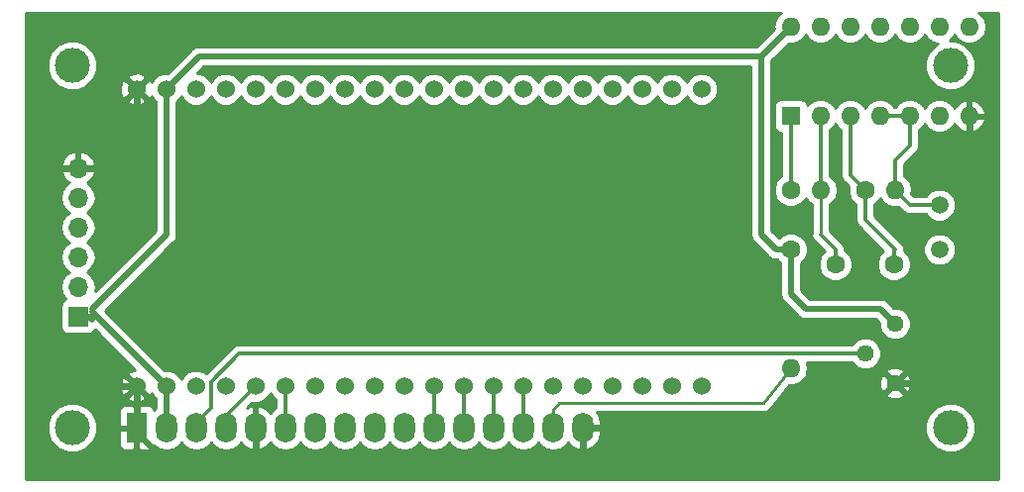
<source format=gbr>
G04 #@! TF.GenerationSoftware,KiCad,Pcbnew,(5.0.1-3-g963ef8bb5)*
G04 #@! TF.CreationDate,2020-05-21T20:41:19+01:00*
G04 #@! TF.ProjectId,Acorn_POST,41636F726E5F504F53542E6B69636164,rev?*
G04 #@! TF.SameCoordinates,Original*
G04 #@! TF.FileFunction,Copper,L1,Top,Signal*
G04 #@! TF.FilePolarity,Positive*
%FSLAX46Y46*%
G04 Gerber Fmt 4.6, Leading zero omitted, Abs format (unit mm)*
G04 Created by KiCad (PCBNEW (5.0.1-3-g963ef8bb5)) date Thursday, 21 May 2020 at 20:41:19*
%MOMM*%
%LPD*%
G01*
G04 APERTURE LIST*
G04 #@! TA.AperFunction,ComponentPad*
%ADD10C,1.524000*%
G04 #@! TD*
G04 #@! TA.AperFunction,ComponentPad*
%ADD11C,1.600000*%
G04 #@! TD*
G04 #@! TA.AperFunction,ComponentPad*
%ADD12O,1.700000X1.700000*%
G04 #@! TD*
G04 #@! TA.AperFunction,ComponentPad*
%ADD13R,1.700000X1.700000*%
G04 #@! TD*
G04 #@! TA.AperFunction,ComponentPad*
%ADD14R,1.800000X2.600000*%
G04 #@! TD*
G04 #@! TA.AperFunction,ComponentPad*
%ADD15O,1.800000X2.600000*%
G04 #@! TD*
G04 #@! TA.AperFunction,ComponentPad*
%ADD16C,3.000000*%
G04 #@! TD*
G04 #@! TA.AperFunction,ComponentPad*
%ADD17O,1.600000X1.600000*%
G04 #@! TD*
G04 #@! TA.AperFunction,ComponentPad*
%ADD18C,1.440000*%
G04 #@! TD*
G04 #@! TA.AperFunction,ComponentPad*
%ADD19R,1.600000X1.600000*%
G04 #@! TD*
G04 #@! TA.AperFunction,ComponentPad*
%ADD20C,1.500000*%
G04 #@! TD*
G04 #@! TA.AperFunction,Conductor*
%ADD21C,0.300000*%
G04 #@! TD*
G04 #@! TA.AperFunction,Conductor*
%ADD22C,0.250000*%
G04 #@! TD*
G04 #@! TA.AperFunction,Conductor*
%ADD23C,0.500000*%
G04 #@! TD*
G04 #@! TA.AperFunction,Conductor*
%ADD24C,0.600000*%
G04 #@! TD*
G04 #@! TA.AperFunction,Conductor*
%ADD25C,0.254000*%
G04 #@! TD*
G04 APERTURE END LIST*
D10*
G04 #@! TO.P,U2,40*
G04 #@! TO.N,Net-(J1-Pad6)*
X110490000Y-80264000D03*
G04 #@! TO.P,U2,39*
G04 #@! TO.N,Net-(J1-Pad1)*
X113030000Y-80264000D03*
G04 #@! TO.P,U2,38*
G04 #@! TO.N,Net-(U2-Pad38)*
X115570000Y-80264000D03*
G04 #@! TO.P,U2,37*
G04 #@! TO.N,Net-(U2-Pad37)*
X118110000Y-80264000D03*
G04 #@! TO.P,U2,36*
G04 #@! TO.N,Net-(U2-Pad36)*
X120650000Y-80264000D03*
G04 #@! TO.P,U2,35*
G04 #@! TO.N,Net-(U2-Pad35)*
X123190000Y-80264000D03*
G04 #@! TO.P,U2,34*
G04 #@! TO.N,Net-(U2-Pad34)*
X125730000Y-80264000D03*
G04 #@! TO.P,U2,33*
G04 #@! TO.N,Net-(U2-Pad33)*
X128270000Y-80264000D03*
G04 #@! TO.P,U2,32*
G04 #@! TO.N,Net-(U2-Pad32)*
X130810000Y-80264000D03*
G04 #@! TO.P,U2,31*
G04 #@! TO.N,Net-(U2-Pad31)*
X133350000Y-80264000D03*
G04 #@! TO.P,U2,30*
G04 #@! TO.N,Net-(U2-Pad30)*
X135890000Y-80264000D03*
G04 #@! TO.P,U2,29*
G04 #@! TO.N,Net-(J1-Pad4)*
X138430000Y-80264000D03*
G04 #@! TO.P,U2,28*
G04 #@! TO.N,Net-(J1-Pad3)*
X140970000Y-80264000D03*
G04 #@! TO.P,U2,27*
G04 #@! TO.N,Net-(U2-Pad27)*
X143510000Y-80264000D03*
G04 #@! TO.P,U2,26*
G04 #@! TO.N,Net-(U2-Pad26)*
X146050000Y-80264000D03*
G04 #@! TO.P,U2,25*
G04 #@! TO.N,Net-(U2-Pad25)*
X148590000Y-80264000D03*
G04 #@! TO.P,U2,24*
G04 #@! TO.N,Net-(U2-Pad24)*
X151130000Y-80264000D03*
G04 #@! TO.P,U2,23*
G04 #@! TO.N,Net-(U2-Pad23)*
X153670000Y-80264000D03*
G04 #@! TO.P,U2,22*
G04 #@! TO.N,Net-(U2-Pad22)*
X156210000Y-80264000D03*
G04 #@! TO.P,U2,21*
G04 #@! TO.N,Net-(U2-Pad21)*
X158750000Y-80264000D03*
G04 #@! TO.P,U2,20*
G04 #@! TO.N,Net-(U2-Pad20)*
X158750000Y-105664000D03*
G04 #@! TO.P,U2,19*
G04 #@! TO.N,Net-(U2-Pad19)*
X156210000Y-105664000D03*
G04 #@! TO.P,U2,18*
G04 #@! TO.N,Net-(U2-Pad18)*
X153670000Y-105664000D03*
G04 #@! TO.P,U2,17*
G04 #@! TO.N,Net-(U2-Pad17)*
X151130000Y-105664000D03*
G04 #@! TO.P,U2,16*
G04 #@! TO.N,Net-(U2-Pad16)*
X148590000Y-105664000D03*
G04 #@! TO.P,U2,15*
G04 #@! TO.N,Net-(U2-Pad15)*
X146050000Y-105664000D03*
G04 #@! TO.P,U2,14*
G04 #@! TO.N,Net-(U1-Pad14)*
X143510000Y-105664000D03*
G04 #@! TO.P,U2,13*
G04 #@! TO.N,Net-(U1-Pad13)*
X140970000Y-105664000D03*
G04 #@! TO.P,U2,12*
G04 #@! TO.N,Net-(U1-Pad12)*
X138430000Y-105664000D03*
G04 #@! TO.P,U2,11*
G04 #@! TO.N,Net-(U1-Pad11)*
X135890000Y-105664000D03*
G04 #@! TO.P,U2,10*
G04 #@! TO.N,Net-(U2-Pad10)*
X133350000Y-105664000D03*
G04 #@! TO.P,U2,9*
G04 #@! TO.N,Net-(U2-Pad9)*
X130810000Y-105664000D03*
G04 #@! TO.P,U2,8*
G04 #@! TO.N,Net-(U2-Pad8)*
X128270000Y-105664000D03*
G04 #@! TO.P,U2,7*
G04 #@! TO.N,Net-(U2-Pad7)*
X125730000Y-105664000D03*
G04 #@! TO.P,U2,6*
G04 #@! TO.N,Net-(U1-Pad6)*
X123190000Y-105664000D03*
G04 #@! TO.P,U2,5*
G04 #@! TO.N,Net-(U1-Pad4)*
X120650000Y-105664000D03*
G04 #@! TO.P,U2,4*
G04 #@! TO.N,Net-(U2-Pad4)*
X118110000Y-105664000D03*
G04 #@! TO.P,U2,3*
G04 #@! TO.N,Net-(U2-Pad3)*
X115570000Y-105664000D03*
G04 #@! TO.P,U2,2*
G04 #@! TO.N,Net-(J1-Pad1)*
X113030000Y-105664000D03*
G04 #@! TO.P,U2,1*
G04 #@! TO.N,Net-(J1-Pad6)*
X110490000Y-105664000D03*
G04 #@! TD*
D11*
G04 #@! TO.P,C1,2*
G04 #@! TO.N,Net-(C1-Pad2)*
X175180000Y-95250000D03*
G04 #@! TO.P,C1,1*
G04 #@! TO.N,Net-(C1-Pad1)*
X170180000Y-95250000D03*
G04 #@! TD*
D12*
G04 #@! TO.P,J1,6*
G04 #@! TO.N,Net-(J1-Pad6)*
X105490000Y-86995000D03*
G04 #@! TO.P,J1,5*
G04 #@! TO.N,Net-(J1-Pad5)*
X105490000Y-89535000D03*
G04 #@! TO.P,J1,4*
G04 #@! TO.N,Net-(J1-Pad4)*
X105490000Y-92075000D03*
G04 #@! TO.P,J1,3*
G04 #@! TO.N,Net-(J1-Pad3)*
X105490000Y-94615000D03*
G04 #@! TO.P,J1,2*
G04 #@! TO.N,Net-(J1-Pad2)*
X105490000Y-97155000D03*
D13*
G04 #@! TO.P,J1,1*
G04 #@! TO.N,Net-(J1-Pad1)*
X105490000Y-99695000D03*
G04 #@! TD*
D14*
G04 #@! TO.P,U1,1*
G04 #@! TO.N,Net-(J1-Pad6)*
X110490000Y-109220000D03*
D15*
G04 #@! TO.P,U1,2*
G04 #@! TO.N,Net-(J1-Pad1)*
X113030000Y-109220000D03*
G04 #@! TO.P,U1,3*
G04 #@! TO.N,Net-(RV1-Pad2)*
X115570000Y-109220000D03*
G04 #@! TO.P,U1,4*
G04 #@! TO.N,Net-(U1-Pad4)*
X118110000Y-109220000D03*
G04 #@! TO.P,U1,5*
G04 #@! TO.N,Net-(J1-Pad6)*
X120650000Y-109220000D03*
G04 #@! TO.P,U1,6*
G04 #@! TO.N,Net-(U1-Pad6)*
X123190000Y-109220000D03*
G04 #@! TO.P,U1,7*
G04 #@! TO.N,Net-(U1-Pad7)*
X125730000Y-109220000D03*
G04 #@! TO.P,U1,8*
G04 #@! TO.N,Net-(U1-Pad8)*
X128270000Y-109220000D03*
G04 #@! TO.P,U1,9*
G04 #@! TO.N,Net-(U1-Pad9)*
X130810000Y-109220000D03*
G04 #@! TO.P,U1,10*
G04 #@! TO.N,Net-(U1-Pad10)*
X133350000Y-109220000D03*
G04 #@! TO.P,U1,11*
G04 #@! TO.N,Net-(U1-Pad11)*
X135890000Y-109220000D03*
G04 #@! TO.P,U1,12*
G04 #@! TO.N,Net-(U1-Pad12)*
X138430000Y-109220000D03*
G04 #@! TO.P,U1,13*
G04 #@! TO.N,Net-(U1-Pad13)*
X140970000Y-109220000D03*
G04 #@! TO.P,U1,14*
G04 #@! TO.N,Net-(U1-Pad14)*
X143510000Y-109220000D03*
G04 #@! TO.P,U1,15*
G04 #@! TO.N,Net-(R1-Pad2)*
X146050000Y-109220000D03*
G04 #@! TO.P,U1,16*
G04 #@! TO.N,Net-(J1-Pad6)*
X148590000Y-109220000D03*
D16*
G04 #@! TO.P,U1,*
G04 #@! TO.N,*
X104990900Y-109220000D03*
X104990900Y-78219300D03*
X179989480Y-78219300D03*
X179990000Y-109220000D03*
G04 #@! TD*
D11*
G04 #@! TO.P,R1,1*
G04 #@! TO.N,Net-(J1-Pad1)*
X166370000Y-93980000D03*
D17*
G04 #@! TO.P,R1,2*
G04 #@! TO.N,Net-(R1-Pad2)*
X166370000Y-104140000D03*
G04 #@! TD*
D11*
G04 #@! TO.P,R2,1*
G04 #@! TO.N,Net-(R2-Pad1)*
X166370000Y-88900000D03*
D17*
G04 #@! TO.P,R2,2*
G04 #@! TO.N,Net-(C1-Pad1)*
X168910000Y-88900000D03*
G04 #@! TD*
G04 #@! TO.P,R3,2*
G04 #@! TO.N,Net-(R3-Pad2)*
X175260000Y-88900000D03*
D11*
G04 #@! TO.P,R3,1*
G04 #@! TO.N,Net-(C1-Pad2)*
X172720000Y-88900000D03*
G04 #@! TD*
D18*
G04 #@! TO.P,RV1,3*
G04 #@! TO.N,Net-(J1-Pad6)*
X175260000Y-105410000D03*
G04 #@! TO.P,RV1,2*
G04 #@! TO.N,Net-(RV1-Pad2)*
X172720000Y-102870000D03*
G04 #@! TO.P,RV1,1*
G04 #@! TO.N,Net-(J1-Pad1)*
X175260000Y-100330000D03*
G04 #@! TD*
D19*
G04 #@! TO.P,U3,1*
G04 #@! TO.N,Net-(R2-Pad1)*
X166370000Y-82550000D03*
D17*
G04 #@! TO.P,U3,8*
G04 #@! TO.N,N/C*
X181610000Y-74930000D03*
G04 #@! TO.P,U3,2*
G04 #@! TO.N,Net-(C1-Pad1)*
X168910000Y-82550000D03*
G04 #@! TO.P,U3,9*
G04 #@! TO.N,N/C*
X179070000Y-74930000D03*
G04 #@! TO.P,U3,3*
G04 #@! TO.N,Net-(C1-Pad2)*
X171450000Y-82550000D03*
G04 #@! TO.P,U3,10*
G04 #@! TO.N,N/C*
X176530000Y-74930000D03*
G04 #@! TO.P,U3,4*
G04 #@! TO.N,Net-(R3-Pad2)*
X173990000Y-82550000D03*
G04 #@! TO.P,U3,11*
G04 #@! TO.N,N/C*
X173990000Y-74930000D03*
G04 #@! TO.P,U3,5*
G04 #@! TO.N,Net-(R3-Pad2)*
X176530000Y-82550000D03*
G04 #@! TO.P,U3,12*
G04 #@! TO.N,N/C*
X171450000Y-74930000D03*
G04 #@! TO.P,U3,6*
G04 #@! TO.N,Net-(U2-Pad27)*
X179070000Y-82550000D03*
G04 #@! TO.P,U3,13*
G04 #@! TO.N,N/C*
X168910000Y-74930000D03*
G04 #@! TO.P,U3,7*
G04 #@! TO.N,Net-(J1-Pad6)*
X181610000Y-82550000D03*
G04 #@! TO.P,U3,14*
G04 #@! TO.N,Net-(J1-Pad1)*
X166370000Y-74930000D03*
G04 #@! TD*
D20*
G04 #@! TO.P,Y1,1*
G04 #@! TO.N,Net-(R2-Pad1)*
X179070000Y-93980000D03*
G04 #@! TO.P,Y1,2*
G04 #@! TO.N,Net-(R3-Pad2)*
X179070000Y-90180000D03*
G04 #@! TD*
D21*
G04 #@! TO.N,Net-(U1-Pad4)*
X118110000Y-108204000D02*
X120650000Y-105664000D01*
X118110000Y-109220000D02*
X118110000Y-108204000D01*
G04 #@! TO.N,Net-(U1-Pad6)*
X123190000Y-105664000D02*
X123190000Y-109220000D01*
G04 #@! TO.N,Net-(U1-Pad11)*
X135890000Y-105664000D02*
X135890000Y-109220000D01*
G04 #@! TO.N,Net-(U1-Pad12)*
X138430000Y-105664000D02*
X138430000Y-109220000D01*
G04 #@! TO.N,Net-(U1-Pad13)*
X140970000Y-105664000D02*
X140970000Y-109220000D01*
G04 #@! TO.N,Net-(U1-Pad14)*
X143510000Y-105664000D02*
X143510000Y-109220000D01*
D22*
G04 #@! TO.N,Net-(C1-Pad1)*
X168910000Y-92710000D02*
X168910000Y-88900000D01*
D21*
X168910000Y-82550000D02*
X168910000Y-88900000D01*
X168910000Y-92710000D02*
X170180000Y-93980000D01*
X170180000Y-93980000D02*
X170180000Y-95250000D01*
G04 #@! TO.N,Net-(C1-Pad2)*
X171450000Y-82550000D02*
X171450000Y-87630000D01*
X171450000Y-87630000D02*
X172720000Y-88900000D01*
X172720000Y-91440000D02*
X175260000Y-93980000D01*
X172720000Y-88900000D02*
X172720000Y-91440000D01*
X175180000Y-94060000D02*
X175180000Y-95250000D01*
X175260000Y-93980000D02*
X175180000Y-94060000D01*
D23*
G04 #@! TO.N,Net-(J1-Pad1)*
X106426000Y-99695000D02*
X106680000Y-99949000D01*
X106680000Y-99314000D02*
X113030000Y-105664000D01*
X113030000Y-92710000D02*
X106680000Y-99060000D01*
X113030000Y-80264000D02*
X113030000Y-92710000D01*
X113030000Y-80264000D02*
X115824000Y-77470000D01*
X115824000Y-77470000D02*
X163830000Y-77470000D01*
X163830000Y-77470000D02*
X166370000Y-74930000D01*
X166370000Y-93980000D02*
X166370000Y-97790000D01*
X166370000Y-97790000D02*
X167640000Y-99060000D01*
X173990000Y-99060000D02*
X175260000Y-100330000D01*
X167640000Y-99060000D02*
X173990000Y-99060000D01*
X163830000Y-77470000D02*
X163830000Y-92710000D01*
X163830000Y-92710000D02*
X165100000Y-93980000D01*
X165100000Y-93980000D02*
X166370000Y-93980000D01*
X105490000Y-99695000D02*
X106426000Y-99695000D01*
X113030000Y-105664000D02*
X113030000Y-109220000D01*
D24*
G04 #@! TO.N,Net-(J1-Pad6)*
X120650000Y-109220000D02*
X120650000Y-111760000D01*
X110490000Y-109620000D02*
X110490000Y-109220000D01*
X112630000Y-111760000D02*
X110490000Y-109620000D01*
X120650000Y-111760000D02*
X112630000Y-111760000D01*
X181610000Y-104140000D02*
X180340000Y-105410000D01*
X180340000Y-105410000D02*
X175260000Y-105410000D01*
X110490000Y-83820000D02*
X107315000Y-86995000D01*
X107315000Y-86995000D02*
X105490000Y-86995000D01*
X110490000Y-80264000D02*
X110490000Y-83820000D01*
X101600000Y-104140000D02*
X103124000Y-105664000D01*
X101600000Y-88900000D02*
X101600000Y-104140000D01*
X103505000Y-86995000D02*
X101600000Y-88900000D01*
X105490000Y-86995000D02*
X103505000Y-86995000D01*
X103124000Y-105664000D02*
X110490000Y-105664000D01*
X110490000Y-105664000D02*
X110490000Y-109220000D01*
X175260000Y-105410000D02*
X171450000Y-109220000D01*
X171450000Y-109220000D02*
X148590000Y-109220000D01*
X148590000Y-109220000D02*
X148429913Y-109220000D01*
X147950000Y-111760000D02*
X146685000Y-111760000D01*
X148590000Y-109220000D02*
X148590000Y-111120000D01*
X148590000Y-111120000D02*
X147950000Y-111760000D01*
X146685000Y-111760000D02*
X120650000Y-111760000D01*
X147320000Y-111760000D02*
X146685000Y-111760000D01*
X181610000Y-82550000D02*
X181610000Y-104140000D01*
D22*
G04 #@! TO.N,Net-(R1-Pad2)*
X146050000Y-108820000D02*
X146050000Y-109220000D01*
X146050000Y-107670000D02*
X146050000Y-109220000D01*
X164016401Y-107130009D02*
X146589991Y-107130009D01*
X146589991Y-107130009D02*
X146050000Y-107670000D01*
X166370000Y-104140000D02*
X164016401Y-107130009D01*
D21*
G04 #@! TO.N,Net-(R2-Pad1)*
X166370000Y-82550000D02*
X166370000Y-88900000D01*
G04 #@! TO.N,Net-(R3-Pad2)*
X175260000Y-86360000D02*
X175260000Y-88900000D01*
X176540000Y-90180000D02*
X179070000Y-90180000D01*
X175260000Y-88900000D02*
X176540000Y-90180000D01*
X175260000Y-86360000D02*
X176530000Y-85090000D01*
X176530000Y-85090000D02*
X176530000Y-82550000D01*
X173990000Y-82550000D02*
X176530000Y-82550000D01*
D22*
G04 #@! TO.N,Net-(RV1-Pad2)*
X116840000Y-107550000D02*
X116840000Y-105325238D01*
D21*
X119258238Y-102870000D02*
X116840000Y-105288238D01*
X116840000Y-105288238D02*
X116840000Y-105325238D01*
X172720000Y-102870000D02*
X119258238Y-102870000D01*
X116840000Y-105288238D02*
X116840000Y-107550000D01*
X115570000Y-108820000D02*
X115570000Y-109220000D01*
X116840000Y-107550000D02*
X115570000Y-108820000D01*
G04 #@! TD*
D25*
G04 #@! TO.N,Net-(J1-Pad6)*
G36*
X165335423Y-73895423D02*
X165018260Y-74370091D01*
X164906887Y-74930000D01*
X164941983Y-75106438D01*
X163463422Y-76585000D01*
X115911161Y-76585000D01*
X115824000Y-76567663D01*
X115736839Y-76585000D01*
X115736835Y-76585000D01*
X115478690Y-76636348D01*
X115259845Y-76782576D01*
X115259844Y-76782577D01*
X115185951Y-76831951D01*
X115136577Y-76905844D01*
X113175422Y-78867000D01*
X112752119Y-78867000D01*
X112238663Y-79079680D01*
X111845680Y-79472663D01*
X111766572Y-79663647D01*
X111712397Y-79532857D01*
X111470213Y-79463392D01*
X110669605Y-80264000D01*
X111470213Y-81064608D01*
X111712397Y-80995143D01*
X111762535Y-80854607D01*
X111845680Y-81055337D01*
X112145000Y-81354657D01*
X112145001Y-92343420D01*
X106922319Y-97566103D01*
X107004092Y-97155000D01*
X106888839Y-96575582D01*
X106560625Y-96084375D01*
X106262239Y-95885000D01*
X106560625Y-95685625D01*
X106888839Y-95194418D01*
X107004092Y-94615000D01*
X106888839Y-94035582D01*
X106560625Y-93544375D01*
X106262239Y-93345000D01*
X106560625Y-93145625D01*
X106888839Y-92654418D01*
X107004092Y-92075000D01*
X106888839Y-91495582D01*
X106560625Y-91004375D01*
X106262239Y-90805000D01*
X106560625Y-90605625D01*
X106888839Y-90114418D01*
X107004092Y-89535000D01*
X106888839Y-88955582D01*
X106560625Y-88464375D01*
X106241522Y-88251157D01*
X106371358Y-88190183D01*
X106761645Y-87761924D01*
X106931476Y-87351890D01*
X106810155Y-87122000D01*
X105617000Y-87122000D01*
X105617000Y-87142000D01*
X105363000Y-87142000D01*
X105363000Y-87122000D01*
X104169845Y-87122000D01*
X104048524Y-87351890D01*
X104218355Y-87761924D01*
X104608642Y-88190183D01*
X104738478Y-88251157D01*
X104419375Y-88464375D01*
X104091161Y-88955582D01*
X103975908Y-89535000D01*
X104091161Y-90114418D01*
X104419375Y-90605625D01*
X104717761Y-90805000D01*
X104419375Y-91004375D01*
X104091161Y-91495582D01*
X103975908Y-92075000D01*
X104091161Y-92654418D01*
X104419375Y-93145625D01*
X104717761Y-93345000D01*
X104419375Y-93544375D01*
X104091161Y-94035582D01*
X103975908Y-94615000D01*
X104091161Y-95194418D01*
X104419375Y-95685625D01*
X104717761Y-95885000D01*
X104419375Y-96084375D01*
X104091161Y-96575582D01*
X103975908Y-97155000D01*
X104091161Y-97734418D01*
X104419375Y-98225625D01*
X104437619Y-98237816D01*
X104392235Y-98246843D01*
X104182191Y-98387191D01*
X104041843Y-98597235D01*
X103992560Y-98845000D01*
X103992560Y-100545000D01*
X104041843Y-100792765D01*
X104182191Y-101002809D01*
X104392235Y-101143157D01*
X104640000Y-101192440D01*
X106340000Y-101192440D01*
X106587765Y-101143157D01*
X106797809Y-101002809D01*
X106925752Y-100811330D01*
X110384932Y-104270510D01*
X110142632Y-104282638D01*
X109758857Y-104441603D01*
X109689392Y-104683787D01*
X110490000Y-105484395D01*
X110504143Y-105470253D01*
X110683748Y-105649858D01*
X110669605Y-105664000D01*
X111470213Y-106464608D01*
X111712397Y-106395143D01*
X111762535Y-106254607D01*
X111845680Y-106455337D01*
X112145000Y-106754657D01*
X112145001Y-107565209D01*
X111976888Y-107677538D01*
X111928327Y-107560301D01*
X111749698Y-107381673D01*
X111516309Y-107285000D01*
X110775750Y-107285000D01*
X110617000Y-107443750D01*
X110617000Y-109093000D01*
X110637000Y-109093000D01*
X110637000Y-109347000D01*
X110617000Y-109347000D01*
X110617000Y-110996250D01*
X110775750Y-111155000D01*
X111516309Y-111155000D01*
X111749698Y-111058327D01*
X111928327Y-110879699D01*
X111976889Y-110762461D01*
X112431074Y-111065938D01*
X113030000Y-111185072D01*
X113628927Y-111065938D01*
X114136673Y-110726673D01*
X114300000Y-110482236D01*
X114463328Y-110726673D01*
X114971074Y-111065938D01*
X115570000Y-111185072D01*
X116168927Y-111065938D01*
X116676673Y-110726673D01*
X116840000Y-110482236D01*
X117003328Y-110726673D01*
X117511074Y-111065938D01*
X118110000Y-111185072D01*
X118708927Y-111065938D01*
X119216673Y-110726673D01*
X119391703Y-110464723D01*
X119654394Y-110795212D01*
X120179914Y-111086756D01*
X120285260Y-111111036D01*
X120523000Y-110990378D01*
X120523000Y-109347000D01*
X120503000Y-109347000D01*
X120503000Y-109093000D01*
X120523000Y-109093000D01*
X120523000Y-107449622D01*
X120285260Y-107328964D01*
X120179914Y-107353244D01*
X119935094Y-107489063D01*
X120365782Y-107058375D01*
X120372119Y-107061000D01*
X120927881Y-107061000D01*
X121441337Y-106848320D01*
X121834320Y-106455337D01*
X121920000Y-106248487D01*
X122005680Y-106455337D01*
X122398663Y-106848320D01*
X122405000Y-106850945D01*
X122405001Y-107498392D01*
X122083327Y-107713327D01*
X121908298Y-107975278D01*
X121645606Y-107644788D01*
X121120086Y-107353244D01*
X121014740Y-107328964D01*
X120777000Y-107449622D01*
X120777000Y-109093000D01*
X120797000Y-109093000D01*
X120797000Y-109347000D01*
X120777000Y-109347000D01*
X120777000Y-110990378D01*
X121014740Y-111111036D01*
X121120086Y-111086756D01*
X121645606Y-110795212D01*
X121908298Y-110464722D01*
X122083328Y-110726673D01*
X122591074Y-111065938D01*
X123190000Y-111185072D01*
X123788927Y-111065938D01*
X124296673Y-110726673D01*
X124460000Y-110482236D01*
X124623328Y-110726673D01*
X125131074Y-111065938D01*
X125730000Y-111185072D01*
X126328927Y-111065938D01*
X126836673Y-110726673D01*
X127000000Y-110482236D01*
X127163328Y-110726673D01*
X127671074Y-111065938D01*
X128270000Y-111185072D01*
X128868927Y-111065938D01*
X129376673Y-110726673D01*
X129540000Y-110482236D01*
X129703328Y-110726673D01*
X130211074Y-111065938D01*
X130810000Y-111185072D01*
X131408927Y-111065938D01*
X131916673Y-110726673D01*
X132080000Y-110482236D01*
X132243328Y-110726673D01*
X132751074Y-111065938D01*
X133350000Y-111185072D01*
X133948927Y-111065938D01*
X134456673Y-110726673D01*
X134620000Y-110482236D01*
X134783328Y-110726673D01*
X135291074Y-111065938D01*
X135890000Y-111185072D01*
X136488927Y-111065938D01*
X136996673Y-110726673D01*
X137160000Y-110482236D01*
X137323328Y-110726673D01*
X137831074Y-111065938D01*
X138430000Y-111185072D01*
X139028927Y-111065938D01*
X139536673Y-110726673D01*
X139700000Y-110482236D01*
X139863328Y-110726673D01*
X140371074Y-111065938D01*
X140970000Y-111185072D01*
X141568927Y-111065938D01*
X142076673Y-110726673D01*
X142240000Y-110482236D01*
X142403328Y-110726673D01*
X142911074Y-111065938D01*
X143510000Y-111185072D01*
X144108927Y-111065938D01*
X144616673Y-110726673D01*
X144780000Y-110482236D01*
X144943328Y-110726673D01*
X145451074Y-111065938D01*
X146050000Y-111185072D01*
X146648927Y-111065938D01*
X147156673Y-110726673D01*
X147331703Y-110464723D01*
X147594394Y-110795212D01*
X148119914Y-111086756D01*
X148225260Y-111111036D01*
X148463000Y-110990378D01*
X148463000Y-109347000D01*
X148717000Y-109347000D01*
X148717000Y-110990378D01*
X148954740Y-111111036D01*
X149060086Y-111086756D01*
X149585606Y-110795212D01*
X149959554Y-110324752D01*
X150125000Y-109747000D01*
X150125000Y-109347000D01*
X148717000Y-109347000D01*
X148463000Y-109347000D01*
X148443000Y-109347000D01*
X148443000Y-109093000D01*
X148463000Y-109093000D01*
X148463000Y-109073000D01*
X148717000Y-109073000D01*
X148717000Y-109093000D01*
X150125000Y-109093000D01*
X150125000Y-108795322D01*
X177855000Y-108795322D01*
X177855000Y-109644678D01*
X178180034Y-110429380D01*
X178780620Y-111029966D01*
X179565322Y-111355000D01*
X180414678Y-111355000D01*
X181199380Y-111029966D01*
X181799966Y-110429380D01*
X182125000Y-109644678D01*
X182125000Y-108795322D01*
X181799966Y-108010620D01*
X181199380Y-107410034D01*
X180414678Y-107085000D01*
X179565322Y-107085000D01*
X178780620Y-107410034D01*
X178180034Y-108010620D01*
X177855000Y-108795322D01*
X150125000Y-108795322D01*
X150125000Y-108693000D01*
X149959554Y-108115248D01*
X149780521Y-107890009D01*
X163986831Y-107890009D01*
X164108040Y-107899459D01*
X164208893Y-107866609D01*
X164312938Y-107845913D01*
X164351465Y-107820170D01*
X164395521Y-107805820D01*
X164476131Y-107736871D01*
X164564330Y-107677938D01*
X164631881Y-107576841D01*
X165589901Y-106359774D01*
X174489831Y-106359774D01*
X174554131Y-106597611D01*
X175062342Y-106777333D01*
X175600644Y-106748892D01*
X175965869Y-106597611D01*
X176030169Y-106359774D01*
X175260000Y-105589605D01*
X174489831Y-106359774D01*
X165589901Y-106359774D01*
X166210486Y-105571384D01*
X166228667Y-105575000D01*
X166511333Y-105575000D01*
X166929909Y-105491740D01*
X167348057Y-105212342D01*
X173892667Y-105212342D01*
X173921108Y-105750644D01*
X174072389Y-106115869D01*
X174310226Y-106180169D01*
X175080395Y-105410000D01*
X175439605Y-105410000D01*
X176209774Y-106180169D01*
X176447611Y-106115869D01*
X176627333Y-105607658D01*
X176598892Y-105069356D01*
X176447611Y-104704131D01*
X176209774Y-104639831D01*
X175439605Y-105410000D01*
X175080395Y-105410000D01*
X174310226Y-104639831D01*
X174072389Y-104704131D01*
X173892667Y-105212342D01*
X167348057Y-105212342D01*
X167404577Y-105174577D01*
X167721740Y-104699909D01*
X167769415Y-104460226D01*
X174489831Y-104460226D01*
X175260000Y-105230395D01*
X176030169Y-104460226D01*
X175965869Y-104222389D01*
X175457658Y-104042667D01*
X174919356Y-104071108D01*
X174554131Y-104222389D01*
X174489831Y-104460226D01*
X167769415Y-104460226D01*
X167833113Y-104140000D01*
X167736640Y-103655000D01*
X171588740Y-103655000D01*
X171952454Y-104018714D01*
X172450474Y-104225000D01*
X172989526Y-104225000D01*
X173487546Y-104018714D01*
X173868714Y-103637546D01*
X174075000Y-103139526D01*
X174075000Y-102600474D01*
X173868714Y-102102454D01*
X173487546Y-101721286D01*
X172989526Y-101515000D01*
X172450474Y-101515000D01*
X171952454Y-101721286D01*
X171588740Y-102085000D01*
X119335550Y-102085000D01*
X119258238Y-102069622D01*
X119180926Y-102085000D01*
X119180922Y-102085000D01*
X118951946Y-102130546D01*
X118757829Y-102260251D01*
X118757827Y-102260253D01*
X118692285Y-102304047D01*
X118648491Y-102369589D01*
X116449869Y-104568212D01*
X116361337Y-104479680D01*
X115847881Y-104267000D01*
X115292119Y-104267000D01*
X114778663Y-104479680D01*
X114385680Y-104872663D01*
X114300000Y-105079513D01*
X114214320Y-104872663D01*
X113821337Y-104479680D01*
X113307881Y-104267000D01*
X112884579Y-104267000D01*
X107804578Y-99187000D01*
X113594156Y-93397423D01*
X113668049Y-93348049D01*
X113717425Y-93274154D01*
X113863651Y-93055311D01*
X113863652Y-93055310D01*
X113915000Y-92797165D01*
X113915000Y-92797161D01*
X113932337Y-92710001D01*
X113915000Y-92622841D01*
X113915000Y-81354657D01*
X114214320Y-81055337D01*
X114300000Y-80848487D01*
X114385680Y-81055337D01*
X114778663Y-81448320D01*
X115292119Y-81661000D01*
X115847881Y-81661000D01*
X116361337Y-81448320D01*
X116754320Y-81055337D01*
X116840000Y-80848487D01*
X116925680Y-81055337D01*
X117318663Y-81448320D01*
X117832119Y-81661000D01*
X118387881Y-81661000D01*
X118901337Y-81448320D01*
X119294320Y-81055337D01*
X119380000Y-80848487D01*
X119465680Y-81055337D01*
X119858663Y-81448320D01*
X120372119Y-81661000D01*
X120927881Y-81661000D01*
X121441337Y-81448320D01*
X121834320Y-81055337D01*
X121920000Y-80848487D01*
X122005680Y-81055337D01*
X122398663Y-81448320D01*
X122912119Y-81661000D01*
X123467881Y-81661000D01*
X123981337Y-81448320D01*
X124374320Y-81055337D01*
X124460000Y-80848487D01*
X124545680Y-81055337D01*
X124938663Y-81448320D01*
X125452119Y-81661000D01*
X126007881Y-81661000D01*
X126521337Y-81448320D01*
X126914320Y-81055337D01*
X127000000Y-80848487D01*
X127085680Y-81055337D01*
X127478663Y-81448320D01*
X127992119Y-81661000D01*
X128547881Y-81661000D01*
X129061337Y-81448320D01*
X129454320Y-81055337D01*
X129540000Y-80848487D01*
X129625680Y-81055337D01*
X130018663Y-81448320D01*
X130532119Y-81661000D01*
X131087881Y-81661000D01*
X131601337Y-81448320D01*
X131994320Y-81055337D01*
X132080000Y-80848487D01*
X132165680Y-81055337D01*
X132558663Y-81448320D01*
X133072119Y-81661000D01*
X133627881Y-81661000D01*
X134141337Y-81448320D01*
X134534320Y-81055337D01*
X134620000Y-80848487D01*
X134705680Y-81055337D01*
X135098663Y-81448320D01*
X135612119Y-81661000D01*
X136167881Y-81661000D01*
X136681337Y-81448320D01*
X137074320Y-81055337D01*
X137160000Y-80848487D01*
X137245680Y-81055337D01*
X137638663Y-81448320D01*
X138152119Y-81661000D01*
X138707881Y-81661000D01*
X139221337Y-81448320D01*
X139614320Y-81055337D01*
X139700000Y-80848487D01*
X139785680Y-81055337D01*
X140178663Y-81448320D01*
X140692119Y-81661000D01*
X141247881Y-81661000D01*
X141761337Y-81448320D01*
X142154320Y-81055337D01*
X142240000Y-80848487D01*
X142325680Y-81055337D01*
X142718663Y-81448320D01*
X143232119Y-81661000D01*
X143787881Y-81661000D01*
X144301337Y-81448320D01*
X144694320Y-81055337D01*
X144780000Y-80848487D01*
X144865680Y-81055337D01*
X145258663Y-81448320D01*
X145772119Y-81661000D01*
X146327881Y-81661000D01*
X146841337Y-81448320D01*
X147234320Y-81055337D01*
X147320000Y-80848487D01*
X147405680Y-81055337D01*
X147798663Y-81448320D01*
X148312119Y-81661000D01*
X148867881Y-81661000D01*
X149381337Y-81448320D01*
X149774320Y-81055337D01*
X149860000Y-80848487D01*
X149945680Y-81055337D01*
X150338663Y-81448320D01*
X150852119Y-81661000D01*
X151407881Y-81661000D01*
X151921337Y-81448320D01*
X152314320Y-81055337D01*
X152400000Y-80848487D01*
X152485680Y-81055337D01*
X152878663Y-81448320D01*
X153392119Y-81661000D01*
X153947881Y-81661000D01*
X154461337Y-81448320D01*
X154854320Y-81055337D01*
X154940000Y-80848487D01*
X155025680Y-81055337D01*
X155418663Y-81448320D01*
X155932119Y-81661000D01*
X156487881Y-81661000D01*
X157001337Y-81448320D01*
X157394320Y-81055337D01*
X157480000Y-80848487D01*
X157565680Y-81055337D01*
X157958663Y-81448320D01*
X158472119Y-81661000D01*
X159027881Y-81661000D01*
X159541337Y-81448320D01*
X159934320Y-81055337D01*
X160147000Y-80541881D01*
X160147000Y-79986119D01*
X159934320Y-79472663D01*
X159541337Y-79079680D01*
X159027881Y-78867000D01*
X158472119Y-78867000D01*
X157958663Y-79079680D01*
X157565680Y-79472663D01*
X157480000Y-79679513D01*
X157394320Y-79472663D01*
X157001337Y-79079680D01*
X156487881Y-78867000D01*
X155932119Y-78867000D01*
X155418663Y-79079680D01*
X155025680Y-79472663D01*
X154940000Y-79679513D01*
X154854320Y-79472663D01*
X154461337Y-79079680D01*
X153947881Y-78867000D01*
X153392119Y-78867000D01*
X152878663Y-79079680D01*
X152485680Y-79472663D01*
X152400000Y-79679513D01*
X152314320Y-79472663D01*
X151921337Y-79079680D01*
X151407881Y-78867000D01*
X150852119Y-78867000D01*
X150338663Y-79079680D01*
X149945680Y-79472663D01*
X149860000Y-79679513D01*
X149774320Y-79472663D01*
X149381337Y-79079680D01*
X148867881Y-78867000D01*
X148312119Y-78867000D01*
X147798663Y-79079680D01*
X147405680Y-79472663D01*
X147320000Y-79679513D01*
X147234320Y-79472663D01*
X146841337Y-79079680D01*
X146327881Y-78867000D01*
X145772119Y-78867000D01*
X145258663Y-79079680D01*
X144865680Y-79472663D01*
X144780000Y-79679513D01*
X144694320Y-79472663D01*
X144301337Y-79079680D01*
X143787881Y-78867000D01*
X143232119Y-78867000D01*
X142718663Y-79079680D01*
X142325680Y-79472663D01*
X142240000Y-79679513D01*
X142154320Y-79472663D01*
X141761337Y-79079680D01*
X141247881Y-78867000D01*
X140692119Y-78867000D01*
X140178663Y-79079680D01*
X139785680Y-79472663D01*
X139700000Y-79679513D01*
X139614320Y-79472663D01*
X139221337Y-79079680D01*
X138707881Y-78867000D01*
X138152119Y-78867000D01*
X137638663Y-79079680D01*
X137245680Y-79472663D01*
X137160000Y-79679513D01*
X137074320Y-79472663D01*
X136681337Y-79079680D01*
X136167881Y-78867000D01*
X135612119Y-78867000D01*
X135098663Y-79079680D01*
X134705680Y-79472663D01*
X134620000Y-79679513D01*
X134534320Y-79472663D01*
X134141337Y-79079680D01*
X133627881Y-78867000D01*
X133072119Y-78867000D01*
X132558663Y-79079680D01*
X132165680Y-79472663D01*
X132080000Y-79679513D01*
X131994320Y-79472663D01*
X131601337Y-79079680D01*
X131087881Y-78867000D01*
X130532119Y-78867000D01*
X130018663Y-79079680D01*
X129625680Y-79472663D01*
X129540000Y-79679513D01*
X129454320Y-79472663D01*
X129061337Y-79079680D01*
X128547881Y-78867000D01*
X127992119Y-78867000D01*
X127478663Y-79079680D01*
X127085680Y-79472663D01*
X127000000Y-79679513D01*
X126914320Y-79472663D01*
X126521337Y-79079680D01*
X126007881Y-78867000D01*
X125452119Y-78867000D01*
X124938663Y-79079680D01*
X124545680Y-79472663D01*
X124460000Y-79679513D01*
X124374320Y-79472663D01*
X123981337Y-79079680D01*
X123467881Y-78867000D01*
X122912119Y-78867000D01*
X122398663Y-79079680D01*
X122005680Y-79472663D01*
X121920000Y-79679513D01*
X121834320Y-79472663D01*
X121441337Y-79079680D01*
X120927881Y-78867000D01*
X120372119Y-78867000D01*
X119858663Y-79079680D01*
X119465680Y-79472663D01*
X119380000Y-79679513D01*
X119294320Y-79472663D01*
X118901337Y-79079680D01*
X118387881Y-78867000D01*
X117832119Y-78867000D01*
X117318663Y-79079680D01*
X116925680Y-79472663D01*
X116840000Y-79679513D01*
X116754320Y-79472663D01*
X116361337Y-79079680D01*
X115847881Y-78867000D01*
X115678579Y-78867000D01*
X116190579Y-78355000D01*
X162945000Y-78355000D01*
X162945001Y-92622834D01*
X162927663Y-92710000D01*
X162996348Y-93055309D01*
X163142576Y-93274154D01*
X163142577Y-93274155D01*
X163191952Y-93348049D01*
X163265845Y-93397423D01*
X164412577Y-94544156D01*
X164461951Y-94618049D01*
X164535844Y-94667423D01*
X164535845Y-94667424D01*
X164539325Y-94669749D01*
X164754690Y-94813652D01*
X165012835Y-94865000D01*
X165012839Y-94865000D01*
X165099999Y-94882337D01*
X165187159Y-94865000D01*
X165225604Y-94865000D01*
X165485000Y-95124396D01*
X165485001Y-97702835D01*
X165467663Y-97790000D01*
X165536348Y-98135309D01*
X165682576Y-98354154D01*
X165682578Y-98354156D01*
X165731952Y-98428049D01*
X165805845Y-98477423D01*
X166952577Y-99624156D01*
X167001951Y-99698049D01*
X167075844Y-99747423D01*
X167075845Y-99747424D01*
X167103414Y-99765845D01*
X167294690Y-99893652D01*
X167552835Y-99945000D01*
X167552839Y-99945000D01*
X167639999Y-99962337D01*
X167727159Y-99945000D01*
X173623422Y-99945000D01*
X173905000Y-100226578D01*
X173905000Y-100599526D01*
X174111286Y-101097546D01*
X174492454Y-101478714D01*
X174990474Y-101685000D01*
X175529526Y-101685000D01*
X176027546Y-101478714D01*
X176408714Y-101097546D01*
X176615000Y-100599526D01*
X176615000Y-100060474D01*
X176408714Y-99562454D01*
X176027546Y-99181286D01*
X175529526Y-98975000D01*
X175156578Y-98975000D01*
X174677424Y-98495846D01*
X174628049Y-98421951D01*
X174335310Y-98226348D01*
X174077165Y-98175000D01*
X174077161Y-98175000D01*
X173990000Y-98157663D01*
X173902839Y-98175000D01*
X168006579Y-98175000D01*
X167255000Y-97423422D01*
X167255000Y-95124396D01*
X167586534Y-94792862D01*
X167805000Y-94265439D01*
X167805000Y-93694561D01*
X167586534Y-93167138D01*
X167182862Y-92763466D01*
X166655439Y-92545000D01*
X166084561Y-92545000D01*
X165557138Y-92763466D01*
X165346091Y-92974513D01*
X164715000Y-92343422D01*
X164715000Y-81750000D01*
X164922560Y-81750000D01*
X164922560Y-83350000D01*
X164971843Y-83597765D01*
X165112191Y-83807809D01*
X165322235Y-83948157D01*
X165570000Y-83997440D01*
X165585000Y-83997440D01*
X165585001Y-87671925D01*
X165557138Y-87683466D01*
X165153466Y-88087138D01*
X164935000Y-88614561D01*
X164935000Y-89185439D01*
X165153466Y-89712862D01*
X165557138Y-90116534D01*
X166084561Y-90335000D01*
X166655439Y-90335000D01*
X167182862Y-90116534D01*
X167586534Y-89712862D01*
X167640394Y-89582832D01*
X167875423Y-89934577D01*
X168150001Y-90118044D01*
X168150000Y-92507002D01*
X168109622Y-92710000D01*
X168170546Y-93016291D01*
X168300251Y-93210408D01*
X169245223Y-94155381D01*
X168963466Y-94437138D01*
X168745000Y-94964561D01*
X168745000Y-95535439D01*
X168963466Y-96062862D01*
X169367138Y-96466534D01*
X169894561Y-96685000D01*
X170465439Y-96685000D01*
X170992862Y-96466534D01*
X171396534Y-96062862D01*
X171615000Y-95535439D01*
X171615000Y-94964561D01*
X171396534Y-94437138D01*
X170992862Y-94033466D01*
X170971503Y-94024619D01*
X170980378Y-93979999D01*
X170965000Y-93902688D01*
X170965000Y-93902684D01*
X170919454Y-93673708D01*
X170799408Y-93494047D01*
X170789749Y-93479591D01*
X170789747Y-93479589D01*
X170745953Y-93414047D01*
X170680411Y-93370253D01*
X169670000Y-92359843D01*
X169670000Y-90118043D01*
X169944577Y-89934577D01*
X170261740Y-89459909D01*
X170373113Y-88900000D01*
X170261740Y-88340091D01*
X169944577Y-87865423D01*
X169695000Y-87698661D01*
X169695000Y-83751339D01*
X169944577Y-83584577D01*
X170180000Y-83232242D01*
X170415423Y-83584577D01*
X170665000Y-83751339D01*
X170665001Y-87552683D01*
X170649622Y-87630000D01*
X170710546Y-87936291D01*
X170840251Y-88130408D01*
X170840254Y-88130411D01*
X170884048Y-88195953D01*
X170949590Y-88239747D01*
X171296541Y-88586698D01*
X171285000Y-88614561D01*
X171285000Y-89185439D01*
X171503466Y-89712862D01*
X171907138Y-90116534D01*
X171935000Y-90128075D01*
X171935001Y-91362683D01*
X171919622Y-91440000D01*
X171980546Y-91746291D01*
X172110251Y-91940408D01*
X172110254Y-91940411D01*
X172154048Y-92005953D01*
X172219590Y-92049747D01*
X174285223Y-94115381D01*
X173963466Y-94437138D01*
X173745000Y-94964561D01*
X173745000Y-95535439D01*
X173963466Y-96062862D01*
X174367138Y-96466534D01*
X174894561Y-96685000D01*
X175465439Y-96685000D01*
X175992862Y-96466534D01*
X176396534Y-96062862D01*
X176615000Y-95535439D01*
X176615000Y-94964561D01*
X176396534Y-94437138D01*
X176040306Y-94080910D01*
X176060378Y-93980001D01*
X176005580Y-93704506D01*
X177685000Y-93704506D01*
X177685000Y-94255494D01*
X177895853Y-94764540D01*
X178285460Y-95154147D01*
X178794506Y-95365000D01*
X179345494Y-95365000D01*
X179854540Y-95154147D01*
X180244147Y-94764540D01*
X180455000Y-94255494D01*
X180455000Y-93704506D01*
X180244147Y-93195460D01*
X179854540Y-92805853D01*
X179345494Y-92595000D01*
X178794506Y-92595000D01*
X178285460Y-92805853D01*
X177895853Y-93195460D01*
X177685000Y-93704506D01*
X176005580Y-93704506D01*
X175999454Y-93673709D01*
X175973383Y-93634691D01*
X175869749Y-93479591D01*
X175869747Y-93479589D01*
X175825953Y-93414047D01*
X175760411Y-93370253D01*
X173505000Y-91114843D01*
X173505000Y-90128075D01*
X173532862Y-90116534D01*
X173936534Y-89712862D01*
X173990394Y-89582832D01*
X174225423Y-89934577D01*
X174700091Y-90251740D01*
X175118667Y-90335000D01*
X175401333Y-90335000D01*
X175554396Y-90304554D01*
X175930253Y-90680411D01*
X175974047Y-90745953D01*
X176039589Y-90789747D01*
X176039591Y-90789749D01*
X176100207Y-90830251D01*
X176233708Y-90919454D01*
X176462684Y-90965000D01*
X176462688Y-90965000D01*
X176539999Y-90980378D01*
X176617310Y-90965000D01*
X177896313Y-90965000D01*
X178285460Y-91354147D01*
X178794506Y-91565000D01*
X179345494Y-91565000D01*
X179854540Y-91354147D01*
X180244147Y-90964540D01*
X180455000Y-90455494D01*
X180455000Y-89904506D01*
X180244147Y-89395460D01*
X179854540Y-89005853D01*
X179345494Y-88795000D01*
X178794506Y-88795000D01*
X178285460Y-89005853D01*
X177896313Y-89395000D01*
X176865158Y-89395000D01*
X176664554Y-89194396D01*
X176723113Y-88900000D01*
X176611740Y-88340091D01*
X176294577Y-87865423D01*
X176045000Y-87698661D01*
X176045000Y-86685157D01*
X177030411Y-85699747D01*
X177095953Y-85655953D01*
X177139747Y-85590411D01*
X177139749Y-85590409D01*
X177189885Y-85515375D01*
X177269454Y-85396292D01*
X177315000Y-85167316D01*
X177315000Y-85167312D01*
X177330378Y-85090001D01*
X177315000Y-85012690D01*
X177315000Y-83751339D01*
X177564577Y-83584577D01*
X177800000Y-83232242D01*
X178035423Y-83584577D01*
X178510091Y-83901740D01*
X178928667Y-83985000D01*
X179211333Y-83985000D01*
X179629909Y-83901740D01*
X180104577Y-83584577D01*
X180360947Y-83200892D01*
X180457611Y-83405134D01*
X180872577Y-83781041D01*
X181260961Y-83941904D01*
X181483000Y-83819915D01*
X181483000Y-82677000D01*
X181737000Y-82677000D01*
X181737000Y-83819915D01*
X181959039Y-83941904D01*
X182347423Y-83781041D01*
X182762389Y-83405134D01*
X183001914Y-82899041D01*
X182880629Y-82677000D01*
X181737000Y-82677000D01*
X181483000Y-82677000D01*
X181463000Y-82677000D01*
X181463000Y-82423000D01*
X181483000Y-82423000D01*
X181483000Y-81280085D01*
X181737000Y-81280085D01*
X181737000Y-82423000D01*
X182880629Y-82423000D01*
X183001914Y-82200959D01*
X182762389Y-81694866D01*
X182347423Y-81318959D01*
X181959039Y-81158096D01*
X181737000Y-81280085D01*
X181483000Y-81280085D01*
X181260961Y-81158096D01*
X180872577Y-81318959D01*
X180457611Y-81694866D01*
X180360947Y-81899108D01*
X180104577Y-81515423D01*
X179629909Y-81198260D01*
X179211333Y-81115000D01*
X178928667Y-81115000D01*
X178510091Y-81198260D01*
X178035423Y-81515423D01*
X177800000Y-81867758D01*
X177564577Y-81515423D01*
X177089909Y-81198260D01*
X176671333Y-81115000D01*
X176388667Y-81115000D01*
X175970091Y-81198260D01*
X175495423Y-81515423D01*
X175328661Y-81765000D01*
X175191339Y-81765000D01*
X175024577Y-81515423D01*
X174549909Y-81198260D01*
X174131333Y-81115000D01*
X173848667Y-81115000D01*
X173430091Y-81198260D01*
X172955423Y-81515423D01*
X172720000Y-81867758D01*
X172484577Y-81515423D01*
X172009909Y-81198260D01*
X171591333Y-81115000D01*
X171308667Y-81115000D01*
X170890091Y-81198260D01*
X170415423Y-81515423D01*
X170180000Y-81867758D01*
X169944577Y-81515423D01*
X169469909Y-81198260D01*
X169051333Y-81115000D01*
X168768667Y-81115000D01*
X168350091Y-81198260D01*
X167875423Y-81515423D01*
X167794785Y-81636106D01*
X167768157Y-81502235D01*
X167627809Y-81292191D01*
X167417765Y-81151843D01*
X167170000Y-81102560D01*
X165570000Y-81102560D01*
X165322235Y-81151843D01*
X165112191Y-81292191D01*
X164971843Y-81502235D01*
X164922560Y-81750000D01*
X164715000Y-81750000D01*
X164715000Y-77836578D01*
X166193562Y-76358017D01*
X166228667Y-76365000D01*
X166511333Y-76365000D01*
X166929909Y-76281740D01*
X167404577Y-75964577D01*
X167640000Y-75612242D01*
X167875423Y-75964577D01*
X168350091Y-76281740D01*
X168768667Y-76365000D01*
X169051333Y-76365000D01*
X169469909Y-76281740D01*
X169944577Y-75964577D01*
X170180000Y-75612242D01*
X170415423Y-75964577D01*
X170890091Y-76281740D01*
X171308667Y-76365000D01*
X171591333Y-76365000D01*
X172009909Y-76281740D01*
X172484577Y-75964577D01*
X172720000Y-75612242D01*
X172955423Y-75964577D01*
X173430091Y-76281740D01*
X173848667Y-76365000D01*
X174131333Y-76365000D01*
X174549909Y-76281740D01*
X175024577Y-75964577D01*
X175260000Y-75612242D01*
X175495423Y-75964577D01*
X175970091Y-76281740D01*
X176388667Y-76365000D01*
X176671333Y-76365000D01*
X177089909Y-76281740D01*
X177564577Y-75964577D01*
X177800000Y-75612242D01*
X178035423Y-75964577D01*
X178510091Y-76281740D01*
X178900607Y-76359418D01*
X178780100Y-76409334D01*
X178179514Y-77009920D01*
X177854480Y-77794622D01*
X177854480Y-78643978D01*
X178179514Y-79428680D01*
X178780100Y-80029266D01*
X179564802Y-80354300D01*
X180414158Y-80354300D01*
X181198860Y-80029266D01*
X181799446Y-79428680D01*
X182124480Y-78643978D01*
X182124480Y-77794622D01*
X181799446Y-77009920D01*
X181198860Y-76409334D01*
X180414158Y-76084300D01*
X179925399Y-76084300D01*
X180104577Y-75964577D01*
X180340000Y-75612242D01*
X180575423Y-75964577D01*
X181050091Y-76281740D01*
X181468667Y-76365000D01*
X181751333Y-76365000D01*
X182169909Y-76281740D01*
X182644577Y-75964577D01*
X182961740Y-75489909D01*
X183073113Y-74930000D01*
X182961740Y-74370091D01*
X182644577Y-73895423D01*
X182404487Y-73735000D01*
X184075001Y-73735000D01*
X184075000Y-113590000D01*
X101040000Y-113590000D01*
X101040000Y-108795322D01*
X102855900Y-108795322D01*
X102855900Y-109644678D01*
X103180934Y-110429380D01*
X103781520Y-111029966D01*
X104566222Y-111355000D01*
X105415578Y-111355000D01*
X106200280Y-111029966D01*
X106800866Y-110429380D01*
X107125900Y-109644678D01*
X107125900Y-109505750D01*
X108955000Y-109505750D01*
X108955000Y-110646310D01*
X109051673Y-110879699D01*
X109230302Y-111058327D01*
X109463691Y-111155000D01*
X110204250Y-111155000D01*
X110363000Y-110996250D01*
X110363000Y-109347000D01*
X109113750Y-109347000D01*
X108955000Y-109505750D01*
X107125900Y-109505750D01*
X107125900Y-108795322D01*
X106800866Y-108010620D01*
X106583936Y-107793690D01*
X108955000Y-107793690D01*
X108955000Y-108934250D01*
X109113750Y-109093000D01*
X110363000Y-109093000D01*
X110363000Y-107443750D01*
X110204250Y-107285000D01*
X109463691Y-107285000D01*
X109230302Y-107381673D01*
X109051673Y-107560301D01*
X108955000Y-107793690D01*
X106583936Y-107793690D01*
X106200280Y-107410034D01*
X105415578Y-107085000D01*
X104566222Y-107085000D01*
X103781520Y-107410034D01*
X103180934Y-108010620D01*
X102855900Y-108795322D01*
X101040000Y-108795322D01*
X101040000Y-106644213D01*
X109689392Y-106644213D01*
X109758857Y-106886397D01*
X110282302Y-107073144D01*
X110837368Y-107045362D01*
X111221143Y-106886397D01*
X111290608Y-106644213D01*
X110490000Y-105843605D01*
X109689392Y-106644213D01*
X101040000Y-106644213D01*
X101040000Y-105456302D01*
X109080856Y-105456302D01*
X109108638Y-106011368D01*
X109267603Y-106395143D01*
X109509787Y-106464608D01*
X110310395Y-105664000D01*
X109509787Y-104863392D01*
X109267603Y-104932857D01*
X109080856Y-105456302D01*
X101040000Y-105456302D01*
X101040000Y-86638110D01*
X104048524Y-86638110D01*
X104169845Y-86868000D01*
X105363000Y-86868000D01*
X105363000Y-85674181D01*
X105617000Y-85674181D01*
X105617000Y-86868000D01*
X106810155Y-86868000D01*
X106931476Y-86638110D01*
X106761645Y-86228076D01*
X106371358Y-85799817D01*
X105846892Y-85553514D01*
X105617000Y-85674181D01*
X105363000Y-85674181D01*
X105133108Y-85553514D01*
X104608642Y-85799817D01*
X104218355Y-86228076D01*
X104048524Y-86638110D01*
X101040000Y-86638110D01*
X101040000Y-81244213D01*
X109689392Y-81244213D01*
X109758857Y-81486397D01*
X110282302Y-81673144D01*
X110837368Y-81645362D01*
X111221143Y-81486397D01*
X111290608Y-81244213D01*
X110490000Y-80443605D01*
X109689392Y-81244213D01*
X101040000Y-81244213D01*
X101040000Y-77794622D01*
X102855900Y-77794622D01*
X102855900Y-78643978D01*
X103180934Y-79428680D01*
X103781520Y-80029266D01*
X104566222Y-80354300D01*
X105415578Y-80354300D01*
X106135009Y-80056302D01*
X109080856Y-80056302D01*
X109108638Y-80611368D01*
X109267603Y-80995143D01*
X109509787Y-81064608D01*
X110310395Y-80264000D01*
X109509787Y-79463392D01*
X109267603Y-79532857D01*
X109080856Y-80056302D01*
X106135009Y-80056302D01*
X106200280Y-80029266D01*
X106800866Y-79428680D01*
X106860882Y-79283787D01*
X109689392Y-79283787D01*
X110490000Y-80084395D01*
X111290608Y-79283787D01*
X111221143Y-79041603D01*
X110697698Y-78854856D01*
X110142632Y-78882638D01*
X109758857Y-79041603D01*
X109689392Y-79283787D01*
X106860882Y-79283787D01*
X107125900Y-78643978D01*
X107125900Y-77794622D01*
X106800866Y-77009920D01*
X106200280Y-76409334D01*
X105415578Y-76084300D01*
X104566222Y-76084300D01*
X103781520Y-76409334D01*
X103180934Y-77009920D01*
X102855900Y-77794622D01*
X101040000Y-77794622D01*
X101040000Y-73735000D01*
X165575513Y-73735000D01*
X165335423Y-73895423D01*
X165335423Y-73895423D01*
G37*
X165335423Y-73895423D02*
X165018260Y-74370091D01*
X164906887Y-74930000D01*
X164941983Y-75106438D01*
X163463422Y-76585000D01*
X115911161Y-76585000D01*
X115824000Y-76567663D01*
X115736839Y-76585000D01*
X115736835Y-76585000D01*
X115478690Y-76636348D01*
X115259845Y-76782576D01*
X115259844Y-76782577D01*
X115185951Y-76831951D01*
X115136577Y-76905844D01*
X113175422Y-78867000D01*
X112752119Y-78867000D01*
X112238663Y-79079680D01*
X111845680Y-79472663D01*
X111766572Y-79663647D01*
X111712397Y-79532857D01*
X111470213Y-79463392D01*
X110669605Y-80264000D01*
X111470213Y-81064608D01*
X111712397Y-80995143D01*
X111762535Y-80854607D01*
X111845680Y-81055337D01*
X112145000Y-81354657D01*
X112145001Y-92343420D01*
X106922319Y-97566103D01*
X107004092Y-97155000D01*
X106888839Y-96575582D01*
X106560625Y-96084375D01*
X106262239Y-95885000D01*
X106560625Y-95685625D01*
X106888839Y-95194418D01*
X107004092Y-94615000D01*
X106888839Y-94035582D01*
X106560625Y-93544375D01*
X106262239Y-93345000D01*
X106560625Y-93145625D01*
X106888839Y-92654418D01*
X107004092Y-92075000D01*
X106888839Y-91495582D01*
X106560625Y-91004375D01*
X106262239Y-90805000D01*
X106560625Y-90605625D01*
X106888839Y-90114418D01*
X107004092Y-89535000D01*
X106888839Y-88955582D01*
X106560625Y-88464375D01*
X106241522Y-88251157D01*
X106371358Y-88190183D01*
X106761645Y-87761924D01*
X106931476Y-87351890D01*
X106810155Y-87122000D01*
X105617000Y-87122000D01*
X105617000Y-87142000D01*
X105363000Y-87142000D01*
X105363000Y-87122000D01*
X104169845Y-87122000D01*
X104048524Y-87351890D01*
X104218355Y-87761924D01*
X104608642Y-88190183D01*
X104738478Y-88251157D01*
X104419375Y-88464375D01*
X104091161Y-88955582D01*
X103975908Y-89535000D01*
X104091161Y-90114418D01*
X104419375Y-90605625D01*
X104717761Y-90805000D01*
X104419375Y-91004375D01*
X104091161Y-91495582D01*
X103975908Y-92075000D01*
X104091161Y-92654418D01*
X104419375Y-93145625D01*
X104717761Y-93345000D01*
X104419375Y-93544375D01*
X104091161Y-94035582D01*
X103975908Y-94615000D01*
X104091161Y-95194418D01*
X104419375Y-95685625D01*
X104717761Y-95885000D01*
X104419375Y-96084375D01*
X104091161Y-96575582D01*
X103975908Y-97155000D01*
X104091161Y-97734418D01*
X104419375Y-98225625D01*
X104437619Y-98237816D01*
X104392235Y-98246843D01*
X104182191Y-98387191D01*
X104041843Y-98597235D01*
X103992560Y-98845000D01*
X103992560Y-100545000D01*
X104041843Y-100792765D01*
X104182191Y-101002809D01*
X104392235Y-101143157D01*
X104640000Y-101192440D01*
X106340000Y-101192440D01*
X106587765Y-101143157D01*
X106797809Y-101002809D01*
X106925752Y-100811330D01*
X110384932Y-104270510D01*
X110142632Y-104282638D01*
X109758857Y-104441603D01*
X109689392Y-104683787D01*
X110490000Y-105484395D01*
X110504143Y-105470253D01*
X110683748Y-105649858D01*
X110669605Y-105664000D01*
X111470213Y-106464608D01*
X111712397Y-106395143D01*
X111762535Y-106254607D01*
X111845680Y-106455337D01*
X112145000Y-106754657D01*
X112145001Y-107565209D01*
X111976888Y-107677538D01*
X111928327Y-107560301D01*
X111749698Y-107381673D01*
X111516309Y-107285000D01*
X110775750Y-107285000D01*
X110617000Y-107443750D01*
X110617000Y-109093000D01*
X110637000Y-109093000D01*
X110637000Y-109347000D01*
X110617000Y-109347000D01*
X110617000Y-110996250D01*
X110775750Y-111155000D01*
X111516309Y-111155000D01*
X111749698Y-111058327D01*
X111928327Y-110879699D01*
X111976889Y-110762461D01*
X112431074Y-111065938D01*
X113030000Y-111185072D01*
X113628927Y-111065938D01*
X114136673Y-110726673D01*
X114300000Y-110482236D01*
X114463328Y-110726673D01*
X114971074Y-111065938D01*
X115570000Y-111185072D01*
X116168927Y-111065938D01*
X116676673Y-110726673D01*
X116840000Y-110482236D01*
X117003328Y-110726673D01*
X117511074Y-111065938D01*
X118110000Y-111185072D01*
X118708927Y-111065938D01*
X119216673Y-110726673D01*
X119391703Y-110464723D01*
X119654394Y-110795212D01*
X120179914Y-111086756D01*
X120285260Y-111111036D01*
X120523000Y-110990378D01*
X120523000Y-109347000D01*
X120503000Y-109347000D01*
X120503000Y-109093000D01*
X120523000Y-109093000D01*
X120523000Y-107449622D01*
X120285260Y-107328964D01*
X120179914Y-107353244D01*
X119935094Y-107489063D01*
X120365782Y-107058375D01*
X120372119Y-107061000D01*
X120927881Y-107061000D01*
X121441337Y-106848320D01*
X121834320Y-106455337D01*
X121920000Y-106248487D01*
X122005680Y-106455337D01*
X122398663Y-106848320D01*
X122405000Y-106850945D01*
X122405001Y-107498392D01*
X122083327Y-107713327D01*
X121908298Y-107975278D01*
X121645606Y-107644788D01*
X121120086Y-107353244D01*
X121014740Y-107328964D01*
X120777000Y-107449622D01*
X120777000Y-109093000D01*
X120797000Y-109093000D01*
X120797000Y-109347000D01*
X120777000Y-109347000D01*
X120777000Y-110990378D01*
X121014740Y-111111036D01*
X121120086Y-111086756D01*
X121645606Y-110795212D01*
X121908298Y-110464722D01*
X122083328Y-110726673D01*
X122591074Y-111065938D01*
X123190000Y-111185072D01*
X123788927Y-111065938D01*
X124296673Y-110726673D01*
X124460000Y-110482236D01*
X124623328Y-110726673D01*
X125131074Y-111065938D01*
X125730000Y-111185072D01*
X126328927Y-111065938D01*
X126836673Y-110726673D01*
X127000000Y-110482236D01*
X127163328Y-110726673D01*
X127671074Y-111065938D01*
X128270000Y-111185072D01*
X128868927Y-111065938D01*
X129376673Y-110726673D01*
X129540000Y-110482236D01*
X129703328Y-110726673D01*
X130211074Y-111065938D01*
X130810000Y-111185072D01*
X131408927Y-111065938D01*
X131916673Y-110726673D01*
X132080000Y-110482236D01*
X132243328Y-110726673D01*
X132751074Y-111065938D01*
X133350000Y-111185072D01*
X133948927Y-111065938D01*
X134456673Y-110726673D01*
X134620000Y-110482236D01*
X134783328Y-110726673D01*
X135291074Y-111065938D01*
X135890000Y-111185072D01*
X136488927Y-111065938D01*
X136996673Y-110726673D01*
X137160000Y-110482236D01*
X137323328Y-110726673D01*
X137831074Y-111065938D01*
X138430000Y-111185072D01*
X139028927Y-111065938D01*
X139536673Y-110726673D01*
X139700000Y-110482236D01*
X139863328Y-110726673D01*
X140371074Y-111065938D01*
X140970000Y-111185072D01*
X141568927Y-111065938D01*
X142076673Y-110726673D01*
X142240000Y-110482236D01*
X142403328Y-110726673D01*
X142911074Y-111065938D01*
X143510000Y-111185072D01*
X144108927Y-111065938D01*
X144616673Y-110726673D01*
X144780000Y-110482236D01*
X144943328Y-110726673D01*
X145451074Y-111065938D01*
X146050000Y-111185072D01*
X146648927Y-111065938D01*
X147156673Y-110726673D01*
X147331703Y-110464723D01*
X147594394Y-110795212D01*
X148119914Y-111086756D01*
X148225260Y-111111036D01*
X148463000Y-110990378D01*
X148463000Y-109347000D01*
X148717000Y-109347000D01*
X148717000Y-110990378D01*
X148954740Y-111111036D01*
X149060086Y-111086756D01*
X149585606Y-110795212D01*
X149959554Y-110324752D01*
X150125000Y-109747000D01*
X150125000Y-109347000D01*
X148717000Y-109347000D01*
X148463000Y-109347000D01*
X148443000Y-109347000D01*
X148443000Y-109093000D01*
X148463000Y-109093000D01*
X148463000Y-109073000D01*
X148717000Y-109073000D01*
X148717000Y-109093000D01*
X150125000Y-109093000D01*
X150125000Y-108795322D01*
X177855000Y-108795322D01*
X177855000Y-109644678D01*
X178180034Y-110429380D01*
X178780620Y-111029966D01*
X179565322Y-111355000D01*
X180414678Y-111355000D01*
X181199380Y-111029966D01*
X181799966Y-110429380D01*
X182125000Y-109644678D01*
X182125000Y-108795322D01*
X181799966Y-108010620D01*
X181199380Y-107410034D01*
X180414678Y-107085000D01*
X179565322Y-107085000D01*
X178780620Y-107410034D01*
X178180034Y-108010620D01*
X177855000Y-108795322D01*
X150125000Y-108795322D01*
X150125000Y-108693000D01*
X149959554Y-108115248D01*
X149780521Y-107890009D01*
X163986831Y-107890009D01*
X164108040Y-107899459D01*
X164208893Y-107866609D01*
X164312938Y-107845913D01*
X164351465Y-107820170D01*
X164395521Y-107805820D01*
X164476131Y-107736871D01*
X164564330Y-107677938D01*
X164631881Y-107576841D01*
X165589901Y-106359774D01*
X174489831Y-106359774D01*
X174554131Y-106597611D01*
X175062342Y-106777333D01*
X175600644Y-106748892D01*
X175965869Y-106597611D01*
X176030169Y-106359774D01*
X175260000Y-105589605D01*
X174489831Y-106359774D01*
X165589901Y-106359774D01*
X166210486Y-105571384D01*
X166228667Y-105575000D01*
X166511333Y-105575000D01*
X166929909Y-105491740D01*
X167348057Y-105212342D01*
X173892667Y-105212342D01*
X173921108Y-105750644D01*
X174072389Y-106115869D01*
X174310226Y-106180169D01*
X175080395Y-105410000D01*
X175439605Y-105410000D01*
X176209774Y-106180169D01*
X176447611Y-106115869D01*
X176627333Y-105607658D01*
X176598892Y-105069356D01*
X176447611Y-104704131D01*
X176209774Y-104639831D01*
X175439605Y-105410000D01*
X175080395Y-105410000D01*
X174310226Y-104639831D01*
X174072389Y-104704131D01*
X173892667Y-105212342D01*
X167348057Y-105212342D01*
X167404577Y-105174577D01*
X167721740Y-104699909D01*
X167769415Y-104460226D01*
X174489831Y-104460226D01*
X175260000Y-105230395D01*
X176030169Y-104460226D01*
X175965869Y-104222389D01*
X175457658Y-104042667D01*
X174919356Y-104071108D01*
X174554131Y-104222389D01*
X174489831Y-104460226D01*
X167769415Y-104460226D01*
X167833113Y-104140000D01*
X167736640Y-103655000D01*
X171588740Y-103655000D01*
X171952454Y-104018714D01*
X172450474Y-104225000D01*
X172989526Y-104225000D01*
X173487546Y-104018714D01*
X173868714Y-103637546D01*
X174075000Y-103139526D01*
X174075000Y-102600474D01*
X173868714Y-102102454D01*
X173487546Y-101721286D01*
X172989526Y-101515000D01*
X172450474Y-101515000D01*
X171952454Y-101721286D01*
X171588740Y-102085000D01*
X119335550Y-102085000D01*
X119258238Y-102069622D01*
X119180926Y-102085000D01*
X119180922Y-102085000D01*
X118951946Y-102130546D01*
X118757829Y-102260251D01*
X118757827Y-102260253D01*
X118692285Y-102304047D01*
X118648491Y-102369589D01*
X116449869Y-104568212D01*
X116361337Y-104479680D01*
X115847881Y-104267000D01*
X115292119Y-104267000D01*
X114778663Y-104479680D01*
X114385680Y-104872663D01*
X114300000Y-105079513D01*
X114214320Y-104872663D01*
X113821337Y-104479680D01*
X113307881Y-104267000D01*
X112884579Y-104267000D01*
X107804578Y-99187000D01*
X113594156Y-93397423D01*
X113668049Y-93348049D01*
X113717425Y-93274154D01*
X113863651Y-93055311D01*
X113863652Y-93055310D01*
X113915000Y-92797165D01*
X113915000Y-92797161D01*
X113932337Y-92710001D01*
X113915000Y-92622841D01*
X113915000Y-81354657D01*
X114214320Y-81055337D01*
X114300000Y-80848487D01*
X114385680Y-81055337D01*
X114778663Y-81448320D01*
X115292119Y-81661000D01*
X115847881Y-81661000D01*
X116361337Y-81448320D01*
X116754320Y-81055337D01*
X116840000Y-80848487D01*
X116925680Y-81055337D01*
X117318663Y-81448320D01*
X117832119Y-81661000D01*
X118387881Y-81661000D01*
X118901337Y-81448320D01*
X119294320Y-81055337D01*
X119380000Y-80848487D01*
X119465680Y-81055337D01*
X119858663Y-81448320D01*
X120372119Y-81661000D01*
X120927881Y-81661000D01*
X121441337Y-81448320D01*
X121834320Y-81055337D01*
X121920000Y-80848487D01*
X122005680Y-81055337D01*
X122398663Y-81448320D01*
X122912119Y-81661000D01*
X123467881Y-81661000D01*
X123981337Y-81448320D01*
X124374320Y-81055337D01*
X124460000Y-80848487D01*
X124545680Y-81055337D01*
X124938663Y-81448320D01*
X125452119Y-81661000D01*
X126007881Y-81661000D01*
X126521337Y-81448320D01*
X126914320Y-81055337D01*
X127000000Y-80848487D01*
X127085680Y-81055337D01*
X127478663Y-81448320D01*
X127992119Y-81661000D01*
X128547881Y-81661000D01*
X129061337Y-81448320D01*
X129454320Y-81055337D01*
X129540000Y-80848487D01*
X129625680Y-81055337D01*
X130018663Y-81448320D01*
X130532119Y-81661000D01*
X131087881Y-81661000D01*
X131601337Y-81448320D01*
X131994320Y-81055337D01*
X132080000Y-80848487D01*
X132165680Y-81055337D01*
X132558663Y-81448320D01*
X133072119Y-81661000D01*
X133627881Y-81661000D01*
X134141337Y-81448320D01*
X134534320Y-81055337D01*
X134620000Y-80848487D01*
X134705680Y-81055337D01*
X135098663Y-81448320D01*
X135612119Y-81661000D01*
X136167881Y-81661000D01*
X136681337Y-81448320D01*
X137074320Y-81055337D01*
X137160000Y-80848487D01*
X137245680Y-81055337D01*
X137638663Y-81448320D01*
X138152119Y-81661000D01*
X138707881Y-81661000D01*
X139221337Y-81448320D01*
X139614320Y-81055337D01*
X139700000Y-80848487D01*
X139785680Y-81055337D01*
X140178663Y-81448320D01*
X140692119Y-81661000D01*
X141247881Y-81661000D01*
X141761337Y-81448320D01*
X142154320Y-81055337D01*
X142240000Y-80848487D01*
X142325680Y-81055337D01*
X142718663Y-81448320D01*
X143232119Y-81661000D01*
X143787881Y-81661000D01*
X144301337Y-81448320D01*
X144694320Y-81055337D01*
X144780000Y-80848487D01*
X144865680Y-81055337D01*
X145258663Y-81448320D01*
X145772119Y-81661000D01*
X146327881Y-81661000D01*
X146841337Y-81448320D01*
X147234320Y-81055337D01*
X147320000Y-80848487D01*
X147405680Y-81055337D01*
X147798663Y-81448320D01*
X148312119Y-81661000D01*
X148867881Y-81661000D01*
X149381337Y-81448320D01*
X149774320Y-81055337D01*
X149860000Y-80848487D01*
X149945680Y-81055337D01*
X150338663Y-81448320D01*
X150852119Y-81661000D01*
X151407881Y-81661000D01*
X151921337Y-81448320D01*
X152314320Y-81055337D01*
X152400000Y-80848487D01*
X152485680Y-81055337D01*
X152878663Y-81448320D01*
X153392119Y-81661000D01*
X153947881Y-81661000D01*
X154461337Y-81448320D01*
X154854320Y-81055337D01*
X154940000Y-80848487D01*
X155025680Y-81055337D01*
X155418663Y-81448320D01*
X155932119Y-81661000D01*
X156487881Y-81661000D01*
X157001337Y-81448320D01*
X157394320Y-81055337D01*
X157480000Y-80848487D01*
X157565680Y-81055337D01*
X157958663Y-81448320D01*
X158472119Y-81661000D01*
X159027881Y-81661000D01*
X159541337Y-81448320D01*
X159934320Y-81055337D01*
X160147000Y-80541881D01*
X160147000Y-79986119D01*
X159934320Y-79472663D01*
X159541337Y-79079680D01*
X159027881Y-78867000D01*
X158472119Y-78867000D01*
X157958663Y-79079680D01*
X157565680Y-79472663D01*
X157480000Y-79679513D01*
X157394320Y-79472663D01*
X157001337Y-79079680D01*
X156487881Y-78867000D01*
X155932119Y-78867000D01*
X155418663Y-79079680D01*
X155025680Y-79472663D01*
X154940000Y-79679513D01*
X154854320Y-79472663D01*
X154461337Y-79079680D01*
X153947881Y-78867000D01*
X153392119Y-78867000D01*
X152878663Y-79079680D01*
X152485680Y-79472663D01*
X152400000Y-79679513D01*
X152314320Y-79472663D01*
X151921337Y-79079680D01*
X151407881Y-78867000D01*
X150852119Y-78867000D01*
X150338663Y-79079680D01*
X149945680Y-79472663D01*
X149860000Y-79679513D01*
X149774320Y-79472663D01*
X149381337Y-79079680D01*
X148867881Y-78867000D01*
X148312119Y-78867000D01*
X147798663Y-79079680D01*
X147405680Y-79472663D01*
X147320000Y-79679513D01*
X147234320Y-79472663D01*
X146841337Y-79079680D01*
X146327881Y-78867000D01*
X145772119Y-78867000D01*
X145258663Y-79079680D01*
X144865680Y-79472663D01*
X144780000Y-79679513D01*
X144694320Y-79472663D01*
X144301337Y-79079680D01*
X143787881Y-78867000D01*
X143232119Y-78867000D01*
X142718663Y-79079680D01*
X142325680Y-79472663D01*
X142240000Y-79679513D01*
X142154320Y-79472663D01*
X141761337Y-79079680D01*
X141247881Y-78867000D01*
X140692119Y-78867000D01*
X140178663Y-79079680D01*
X139785680Y-79472663D01*
X139700000Y-79679513D01*
X139614320Y-79472663D01*
X139221337Y-79079680D01*
X138707881Y-78867000D01*
X138152119Y-78867000D01*
X137638663Y-79079680D01*
X137245680Y-79472663D01*
X137160000Y-79679513D01*
X137074320Y-79472663D01*
X136681337Y-79079680D01*
X136167881Y-78867000D01*
X135612119Y-78867000D01*
X135098663Y-79079680D01*
X134705680Y-79472663D01*
X134620000Y-79679513D01*
X134534320Y-79472663D01*
X134141337Y-79079680D01*
X133627881Y-78867000D01*
X133072119Y-78867000D01*
X132558663Y-79079680D01*
X132165680Y-79472663D01*
X132080000Y-79679513D01*
X131994320Y-79472663D01*
X131601337Y-79079680D01*
X131087881Y-78867000D01*
X130532119Y-78867000D01*
X130018663Y-79079680D01*
X129625680Y-79472663D01*
X129540000Y-79679513D01*
X129454320Y-79472663D01*
X129061337Y-79079680D01*
X128547881Y-78867000D01*
X127992119Y-78867000D01*
X127478663Y-79079680D01*
X127085680Y-79472663D01*
X127000000Y-79679513D01*
X126914320Y-79472663D01*
X126521337Y-79079680D01*
X126007881Y-78867000D01*
X125452119Y-78867000D01*
X124938663Y-79079680D01*
X124545680Y-79472663D01*
X124460000Y-79679513D01*
X124374320Y-79472663D01*
X123981337Y-79079680D01*
X123467881Y-78867000D01*
X122912119Y-78867000D01*
X122398663Y-79079680D01*
X122005680Y-79472663D01*
X121920000Y-79679513D01*
X121834320Y-79472663D01*
X121441337Y-79079680D01*
X120927881Y-78867000D01*
X120372119Y-78867000D01*
X119858663Y-79079680D01*
X119465680Y-79472663D01*
X119380000Y-79679513D01*
X119294320Y-79472663D01*
X118901337Y-79079680D01*
X118387881Y-78867000D01*
X117832119Y-78867000D01*
X117318663Y-79079680D01*
X116925680Y-79472663D01*
X116840000Y-79679513D01*
X116754320Y-79472663D01*
X116361337Y-79079680D01*
X115847881Y-78867000D01*
X115678579Y-78867000D01*
X116190579Y-78355000D01*
X162945000Y-78355000D01*
X162945001Y-92622834D01*
X162927663Y-92710000D01*
X162996348Y-93055309D01*
X163142576Y-93274154D01*
X163142577Y-93274155D01*
X163191952Y-93348049D01*
X163265845Y-93397423D01*
X164412577Y-94544156D01*
X164461951Y-94618049D01*
X164535844Y-94667423D01*
X164535845Y-94667424D01*
X164539325Y-94669749D01*
X164754690Y-94813652D01*
X165012835Y-94865000D01*
X165012839Y-94865000D01*
X165099999Y-94882337D01*
X165187159Y-94865000D01*
X165225604Y-94865000D01*
X165485000Y-95124396D01*
X165485001Y-97702835D01*
X165467663Y-97790000D01*
X165536348Y-98135309D01*
X165682576Y-98354154D01*
X165682578Y-98354156D01*
X165731952Y-98428049D01*
X165805845Y-98477423D01*
X166952577Y-99624156D01*
X167001951Y-99698049D01*
X167075844Y-99747423D01*
X167075845Y-99747424D01*
X167103414Y-99765845D01*
X167294690Y-99893652D01*
X167552835Y-99945000D01*
X167552839Y-99945000D01*
X167639999Y-99962337D01*
X167727159Y-99945000D01*
X173623422Y-99945000D01*
X173905000Y-100226578D01*
X173905000Y-100599526D01*
X174111286Y-101097546D01*
X174492454Y-101478714D01*
X174990474Y-101685000D01*
X175529526Y-101685000D01*
X176027546Y-101478714D01*
X176408714Y-101097546D01*
X176615000Y-100599526D01*
X176615000Y-100060474D01*
X176408714Y-99562454D01*
X176027546Y-99181286D01*
X175529526Y-98975000D01*
X175156578Y-98975000D01*
X174677424Y-98495846D01*
X174628049Y-98421951D01*
X174335310Y-98226348D01*
X174077165Y-98175000D01*
X174077161Y-98175000D01*
X173990000Y-98157663D01*
X173902839Y-98175000D01*
X168006579Y-98175000D01*
X167255000Y-97423422D01*
X167255000Y-95124396D01*
X167586534Y-94792862D01*
X167805000Y-94265439D01*
X167805000Y-93694561D01*
X167586534Y-93167138D01*
X167182862Y-92763466D01*
X166655439Y-92545000D01*
X166084561Y-92545000D01*
X165557138Y-92763466D01*
X165346091Y-92974513D01*
X164715000Y-92343422D01*
X164715000Y-81750000D01*
X164922560Y-81750000D01*
X164922560Y-83350000D01*
X164971843Y-83597765D01*
X165112191Y-83807809D01*
X165322235Y-83948157D01*
X165570000Y-83997440D01*
X165585000Y-83997440D01*
X165585001Y-87671925D01*
X165557138Y-87683466D01*
X165153466Y-88087138D01*
X164935000Y-88614561D01*
X164935000Y-89185439D01*
X165153466Y-89712862D01*
X165557138Y-90116534D01*
X166084561Y-90335000D01*
X166655439Y-90335000D01*
X167182862Y-90116534D01*
X167586534Y-89712862D01*
X167640394Y-89582832D01*
X167875423Y-89934577D01*
X168150001Y-90118044D01*
X168150000Y-92507002D01*
X168109622Y-92710000D01*
X168170546Y-93016291D01*
X168300251Y-93210408D01*
X169245223Y-94155381D01*
X168963466Y-94437138D01*
X168745000Y-94964561D01*
X168745000Y-95535439D01*
X168963466Y-96062862D01*
X169367138Y-96466534D01*
X169894561Y-96685000D01*
X170465439Y-96685000D01*
X170992862Y-96466534D01*
X171396534Y-96062862D01*
X171615000Y-95535439D01*
X171615000Y-94964561D01*
X171396534Y-94437138D01*
X170992862Y-94033466D01*
X170971503Y-94024619D01*
X170980378Y-93979999D01*
X170965000Y-93902688D01*
X170965000Y-93902684D01*
X170919454Y-93673708D01*
X170799408Y-93494047D01*
X170789749Y-93479591D01*
X170789747Y-93479589D01*
X170745953Y-93414047D01*
X170680411Y-93370253D01*
X169670000Y-92359843D01*
X169670000Y-90118043D01*
X169944577Y-89934577D01*
X170261740Y-89459909D01*
X170373113Y-88900000D01*
X170261740Y-88340091D01*
X169944577Y-87865423D01*
X169695000Y-87698661D01*
X169695000Y-83751339D01*
X169944577Y-83584577D01*
X170180000Y-83232242D01*
X170415423Y-83584577D01*
X170665000Y-83751339D01*
X170665001Y-87552683D01*
X170649622Y-87630000D01*
X170710546Y-87936291D01*
X170840251Y-88130408D01*
X170840254Y-88130411D01*
X170884048Y-88195953D01*
X170949590Y-88239747D01*
X171296541Y-88586698D01*
X171285000Y-88614561D01*
X171285000Y-89185439D01*
X171503466Y-89712862D01*
X171907138Y-90116534D01*
X171935000Y-90128075D01*
X171935001Y-91362683D01*
X171919622Y-91440000D01*
X171980546Y-91746291D01*
X172110251Y-91940408D01*
X172110254Y-91940411D01*
X172154048Y-92005953D01*
X172219590Y-92049747D01*
X174285223Y-94115381D01*
X173963466Y-94437138D01*
X173745000Y-94964561D01*
X173745000Y-95535439D01*
X173963466Y-96062862D01*
X174367138Y-96466534D01*
X174894561Y-96685000D01*
X175465439Y-96685000D01*
X175992862Y-96466534D01*
X176396534Y-96062862D01*
X176615000Y-95535439D01*
X176615000Y-94964561D01*
X176396534Y-94437138D01*
X176040306Y-94080910D01*
X176060378Y-93980001D01*
X176005580Y-93704506D01*
X177685000Y-93704506D01*
X177685000Y-94255494D01*
X177895853Y-94764540D01*
X178285460Y-95154147D01*
X178794506Y-95365000D01*
X179345494Y-95365000D01*
X179854540Y-95154147D01*
X180244147Y-94764540D01*
X180455000Y-94255494D01*
X180455000Y-93704506D01*
X180244147Y-93195460D01*
X179854540Y-92805853D01*
X179345494Y-92595000D01*
X178794506Y-92595000D01*
X178285460Y-92805853D01*
X177895853Y-93195460D01*
X177685000Y-93704506D01*
X176005580Y-93704506D01*
X175999454Y-93673709D01*
X175973383Y-93634691D01*
X175869749Y-93479591D01*
X175869747Y-93479589D01*
X175825953Y-93414047D01*
X175760411Y-93370253D01*
X173505000Y-91114843D01*
X173505000Y-90128075D01*
X173532862Y-90116534D01*
X173936534Y-89712862D01*
X173990394Y-89582832D01*
X174225423Y-89934577D01*
X174700091Y-90251740D01*
X175118667Y-90335000D01*
X175401333Y-90335000D01*
X175554396Y-90304554D01*
X175930253Y-90680411D01*
X175974047Y-90745953D01*
X176039589Y-90789747D01*
X176039591Y-90789749D01*
X176100207Y-90830251D01*
X176233708Y-90919454D01*
X176462684Y-90965000D01*
X176462688Y-90965000D01*
X176539999Y-90980378D01*
X176617310Y-90965000D01*
X177896313Y-90965000D01*
X178285460Y-91354147D01*
X178794506Y-91565000D01*
X179345494Y-91565000D01*
X179854540Y-91354147D01*
X180244147Y-90964540D01*
X180455000Y-90455494D01*
X180455000Y-89904506D01*
X180244147Y-89395460D01*
X179854540Y-89005853D01*
X179345494Y-88795000D01*
X178794506Y-88795000D01*
X178285460Y-89005853D01*
X177896313Y-89395000D01*
X176865158Y-89395000D01*
X176664554Y-89194396D01*
X176723113Y-88900000D01*
X176611740Y-88340091D01*
X176294577Y-87865423D01*
X176045000Y-87698661D01*
X176045000Y-86685157D01*
X177030411Y-85699747D01*
X177095953Y-85655953D01*
X177139747Y-85590411D01*
X177139749Y-85590409D01*
X177189885Y-85515375D01*
X177269454Y-85396292D01*
X177315000Y-85167316D01*
X177315000Y-85167312D01*
X177330378Y-85090001D01*
X177315000Y-85012690D01*
X177315000Y-83751339D01*
X177564577Y-83584577D01*
X177800000Y-83232242D01*
X178035423Y-83584577D01*
X178510091Y-83901740D01*
X178928667Y-83985000D01*
X179211333Y-83985000D01*
X179629909Y-83901740D01*
X180104577Y-83584577D01*
X180360947Y-83200892D01*
X180457611Y-83405134D01*
X180872577Y-83781041D01*
X181260961Y-83941904D01*
X181483000Y-83819915D01*
X181483000Y-82677000D01*
X181737000Y-82677000D01*
X181737000Y-83819915D01*
X181959039Y-83941904D01*
X182347423Y-83781041D01*
X182762389Y-83405134D01*
X183001914Y-82899041D01*
X182880629Y-82677000D01*
X181737000Y-82677000D01*
X181483000Y-82677000D01*
X181463000Y-82677000D01*
X181463000Y-82423000D01*
X181483000Y-82423000D01*
X181483000Y-81280085D01*
X181737000Y-81280085D01*
X181737000Y-82423000D01*
X182880629Y-82423000D01*
X183001914Y-82200959D01*
X182762389Y-81694866D01*
X182347423Y-81318959D01*
X181959039Y-81158096D01*
X181737000Y-81280085D01*
X181483000Y-81280085D01*
X181260961Y-81158096D01*
X180872577Y-81318959D01*
X180457611Y-81694866D01*
X180360947Y-81899108D01*
X180104577Y-81515423D01*
X179629909Y-81198260D01*
X179211333Y-81115000D01*
X178928667Y-81115000D01*
X178510091Y-81198260D01*
X178035423Y-81515423D01*
X177800000Y-81867758D01*
X177564577Y-81515423D01*
X177089909Y-81198260D01*
X176671333Y-81115000D01*
X176388667Y-81115000D01*
X175970091Y-81198260D01*
X175495423Y-81515423D01*
X175328661Y-81765000D01*
X175191339Y-81765000D01*
X175024577Y-81515423D01*
X174549909Y-81198260D01*
X174131333Y-81115000D01*
X173848667Y-81115000D01*
X173430091Y-81198260D01*
X172955423Y-81515423D01*
X172720000Y-81867758D01*
X172484577Y-81515423D01*
X172009909Y-81198260D01*
X171591333Y-81115000D01*
X171308667Y-81115000D01*
X170890091Y-81198260D01*
X170415423Y-81515423D01*
X170180000Y-81867758D01*
X169944577Y-81515423D01*
X169469909Y-81198260D01*
X169051333Y-81115000D01*
X168768667Y-81115000D01*
X168350091Y-81198260D01*
X167875423Y-81515423D01*
X167794785Y-81636106D01*
X167768157Y-81502235D01*
X167627809Y-81292191D01*
X167417765Y-81151843D01*
X167170000Y-81102560D01*
X165570000Y-81102560D01*
X165322235Y-81151843D01*
X165112191Y-81292191D01*
X164971843Y-81502235D01*
X164922560Y-81750000D01*
X164715000Y-81750000D01*
X164715000Y-77836578D01*
X166193562Y-76358017D01*
X166228667Y-76365000D01*
X166511333Y-76365000D01*
X166929909Y-76281740D01*
X167404577Y-75964577D01*
X167640000Y-75612242D01*
X167875423Y-75964577D01*
X168350091Y-76281740D01*
X168768667Y-76365000D01*
X169051333Y-76365000D01*
X169469909Y-76281740D01*
X169944577Y-75964577D01*
X170180000Y-75612242D01*
X170415423Y-75964577D01*
X170890091Y-76281740D01*
X171308667Y-76365000D01*
X171591333Y-76365000D01*
X172009909Y-76281740D01*
X172484577Y-75964577D01*
X172720000Y-75612242D01*
X172955423Y-75964577D01*
X173430091Y-76281740D01*
X173848667Y-76365000D01*
X174131333Y-76365000D01*
X174549909Y-76281740D01*
X175024577Y-75964577D01*
X175260000Y-75612242D01*
X175495423Y-75964577D01*
X175970091Y-76281740D01*
X176388667Y-76365000D01*
X176671333Y-76365000D01*
X177089909Y-76281740D01*
X177564577Y-75964577D01*
X177800000Y-75612242D01*
X178035423Y-75964577D01*
X178510091Y-76281740D01*
X178900607Y-76359418D01*
X178780100Y-76409334D01*
X178179514Y-77009920D01*
X177854480Y-77794622D01*
X177854480Y-78643978D01*
X178179514Y-79428680D01*
X178780100Y-80029266D01*
X179564802Y-80354300D01*
X180414158Y-80354300D01*
X181198860Y-80029266D01*
X181799446Y-79428680D01*
X182124480Y-78643978D01*
X182124480Y-77794622D01*
X181799446Y-77009920D01*
X181198860Y-76409334D01*
X180414158Y-76084300D01*
X179925399Y-76084300D01*
X180104577Y-75964577D01*
X180340000Y-75612242D01*
X180575423Y-75964577D01*
X181050091Y-76281740D01*
X181468667Y-76365000D01*
X181751333Y-76365000D01*
X182169909Y-76281740D01*
X182644577Y-75964577D01*
X182961740Y-75489909D01*
X183073113Y-74930000D01*
X182961740Y-74370091D01*
X182644577Y-73895423D01*
X182404487Y-73735000D01*
X184075001Y-73735000D01*
X184075000Y-113590000D01*
X101040000Y-113590000D01*
X101040000Y-108795322D01*
X102855900Y-108795322D01*
X102855900Y-109644678D01*
X103180934Y-110429380D01*
X103781520Y-111029966D01*
X104566222Y-111355000D01*
X105415578Y-111355000D01*
X106200280Y-111029966D01*
X106800866Y-110429380D01*
X107125900Y-109644678D01*
X107125900Y-109505750D01*
X108955000Y-109505750D01*
X108955000Y-110646310D01*
X109051673Y-110879699D01*
X109230302Y-111058327D01*
X109463691Y-111155000D01*
X110204250Y-111155000D01*
X110363000Y-110996250D01*
X110363000Y-109347000D01*
X109113750Y-109347000D01*
X108955000Y-109505750D01*
X107125900Y-109505750D01*
X107125900Y-108795322D01*
X106800866Y-108010620D01*
X106583936Y-107793690D01*
X108955000Y-107793690D01*
X108955000Y-108934250D01*
X109113750Y-109093000D01*
X110363000Y-109093000D01*
X110363000Y-107443750D01*
X110204250Y-107285000D01*
X109463691Y-107285000D01*
X109230302Y-107381673D01*
X109051673Y-107560301D01*
X108955000Y-107793690D01*
X106583936Y-107793690D01*
X106200280Y-107410034D01*
X105415578Y-107085000D01*
X104566222Y-107085000D01*
X103781520Y-107410034D01*
X103180934Y-108010620D01*
X102855900Y-108795322D01*
X101040000Y-108795322D01*
X101040000Y-106644213D01*
X109689392Y-106644213D01*
X109758857Y-106886397D01*
X110282302Y-107073144D01*
X110837368Y-107045362D01*
X111221143Y-106886397D01*
X111290608Y-106644213D01*
X110490000Y-105843605D01*
X109689392Y-106644213D01*
X101040000Y-106644213D01*
X101040000Y-105456302D01*
X109080856Y-105456302D01*
X109108638Y-106011368D01*
X109267603Y-106395143D01*
X109509787Y-106464608D01*
X110310395Y-105664000D01*
X109509787Y-104863392D01*
X109267603Y-104932857D01*
X109080856Y-105456302D01*
X101040000Y-105456302D01*
X101040000Y-86638110D01*
X104048524Y-86638110D01*
X104169845Y-86868000D01*
X105363000Y-86868000D01*
X105363000Y-85674181D01*
X105617000Y-85674181D01*
X105617000Y-86868000D01*
X106810155Y-86868000D01*
X106931476Y-86638110D01*
X106761645Y-86228076D01*
X106371358Y-85799817D01*
X105846892Y-85553514D01*
X105617000Y-85674181D01*
X105363000Y-85674181D01*
X105133108Y-85553514D01*
X104608642Y-85799817D01*
X104218355Y-86228076D01*
X104048524Y-86638110D01*
X101040000Y-86638110D01*
X101040000Y-81244213D01*
X109689392Y-81244213D01*
X109758857Y-81486397D01*
X110282302Y-81673144D01*
X110837368Y-81645362D01*
X111221143Y-81486397D01*
X111290608Y-81244213D01*
X110490000Y-80443605D01*
X109689392Y-81244213D01*
X101040000Y-81244213D01*
X101040000Y-77794622D01*
X102855900Y-77794622D01*
X102855900Y-78643978D01*
X103180934Y-79428680D01*
X103781520Y-80029266D01*
X104566222Y-80354300D01*
X105415578Y-80354300D01*
X106135009Y-80056302D01*
X109080856Y-80056302D01*
X109108638Y-80611368D01*
X109267603Y-80995143D01*
X109509787Y-81064608D01*
X110310395Y-80264000D01*
X109509787Y-79463392D01*
X109267603Y-79532857D01*
X109080856Y-80056302D01*
X106135009Y-80056302D01*
X106200280Y-80029266D01*
X106800866Y-79428680D01*
X106860882Y-79283787D01*
X109689392Y-79283787D01*
X110490000Y-80084395D01*
X111290608Y-79283787D01*
X111221143Y-79041603D01*
X110697698Y-78854856D01*
X110142632Y-78882638D01*
X109758857Y-79041603D01*
X109689392Y-79283787D01*
X106860882Y-79283787D01*
X107125900Y-78643978D01*
X107125900Y-77794622D01*
X106800866Y-77009920D01*
X106200280Y-76409334D01*
X105415578Y-76084300D01*
X104566222Y-76084300D01*
X103781520Y-76409334D01*
X103180934Y-77009920D01*
X102855900Y-77794622D01*
X101040000Y-77794622D01*
X101040000Y-73735000D01*
X165575513Y-73735000D01*
X165335423Y-73895423D01*
G04 #@! TD*
M02*

</source>
